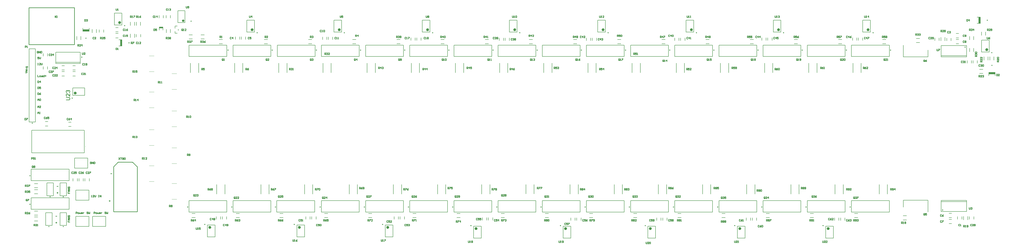
<source format=gbr>
G04*
G04 #@! TF.GenerationSoftware,Altium Limited,Altium Designer,24.1.2 (44)*
G04*
G04 Layer_Color=65535*
%FSLAX25Y25*%
%MOIN*%
G70*
G04*
G04 #@! TF.SameCoordinates,29FF4F4E-3C6D-470F-9DA1-2895E510F6E9*
G04*
G04*
G04 #@! TF.FilePolarity,Positive*
G04*
G01*
G75*
%ADD10C,0.02362*%
%ADD11C,0.00984*%
%ADD12C,0.00394*%
%ADD13C,0.01968*%
%ADD14C,0.00787*%
%ADD15C,0.01000*%
%ADD16R,0.03062X0.10236*%
%ADD17R,0.10236X0.03062*%
%ADD18R,0.06248X0.02000*%
D10*
X916535Y570472D02*
G03*
X916535Y570472I-1181J0D01*
G01*
X2158268Y346457D02*
G03*
X2158268Y346457I-1181J0D01*
G01*
X2419784Y642264D02*
G03*
X2419784Y642264I-1181J0D01*
G01*
X989764Y687008D02*
G03*
X989764Y687008I-1181J0D01*
G01*
X1208268Y675197D02*
G03*
X1208268Y675197I-1181J0D01*
G01*
X1351968D02*
G03*
X1351968Y675197I-1181J0D01*
G01*
X1497638D02*
G03*
X1497638Y675197I-1181J0D01*
G01*
X1641339D02*
G03*
X1641339Y675197I-1181J0D01*
G01*
X1932677D02*
G03*
X1932677Y675197I-1181J0D01*
G01*
X1787008D02*
G03*
X1787008Y675197I-1181J0D01*
G01*
X2076378D02*
G03*
X2076378Y675197I-1181J0D01*
G01*
X2224016D02*
G03*
X2224016Y675197I-1181J0D01*
G01*
X1138583Y348425D02*
G03*
X1138583Y348425I-1181J0D01*
G01*
X1286220D02*
G03*
X1286220Y348425I-1181J0D01*
G01*
X1431890D02*
G03*
X1431890Y348425I-1181J0D01*
G01*
X1577559Y346457D02*
G03*
X1577559Y346457I-1181J0D01*
G01*
X1725197D02*
G03*
X1725197Y346457I-1181J0D01*
G01*
X1864961D02*
G03*
X1864961Y346457I-1181J0D01*
G01*
X2012598D02*
G03*
X2012598Y346457I-1181J0D01*
G01*
D11*
X910905Y562106D02*
G03*
X910905Y562106I-492J0D01*
G01*
X896161Y399055D02*
G03*
X896161Y399055I-492J0D01*
G01*
Y349843D02*
G03*
X896161Y349843I-492J0D01*
G01*
X2419980Y690945D02*
G03*
X2419980Y690945I-492J0D01*
G01*
X844980Y520748D02*
G03*
X844980Y520748I-492J0D01*
G01*
X2120965Y382106D02*
G03*
X2120965Y382106I-492J0D01*
G01*
X2193799D02*
G03*
X2193799Y382106I-492J0D01*
G01*
X2149213Y351398D02*
G03*
X2149213Y351398I-492J0D01*
G01*
X1611122Y382106D02*
G03*
X1611122Y382106I-492J0D01*
G01*
X1538287D02*
G03*
X1538287Y382106I-492J0D01*
G01*
X2114744Y641516D02*
G03*
X2114744Y641516I-492J0D01*
G01*
X2260413D02*
G03*
X2260413Y641516I-492J0D01*
G01*
X1975295Y382106D02*
G03*
X1975295Y382106I-492J0D01*
G01*
X2048130D02*
G03*
X2048130Y382106I-492J0D01*
G01*
X1829626D02*
G03*
X1829626Y382106I-492J0D01*
G01*
X1902461D02*
G03*
X1902461Y382106I-492J0D01*
G01*
X1683957D02*
G03*
X1683957Y382106I-492J0D01*
G01*
X1756791D02*
G03*
X1756791Y382106I-492J0D01*
G01*
X1392618D02*
G03*
X1392618Y382106I-492J0D01*
G01*
X1465453D02*
G03*
X1465453Y382106I-492J0D01*
G01*
X1246161Y382106D02*
G03*
X1246161Y382106I-492J0D01*
G01*
X1319783Y382106D02*
G03*
X1319783Y382106I-492J0D01*
G01*
X1101280D02*
G03*
X1101280Y382106I-492J0D01*
G01*
X1174114D02*
G03*
X1174114Y382106I-492J0D01*
G01*
X2187579Y641516D02*
G03*
X2187579Y641516I-492J0D01*
G01*
X2041909D02*
G03*
X2041909Y641516I-492J0D01*
G01*
X1823405D02*
G03*
X1823405Y641516I-492J0D01*
G01*
X1750571D02*
G03*
X1750571Y641516I-492J0D01*
G01*
X1969075D02*
G03*
X1969075Y641516I-492J0D01*
G01*
X1896240D02*
G03*
X1896240Y641516I-492J0D01*
G01*
X1677736D02*
G03*
X1677736Y641516I-492J0D01*
G01*
X1604902D02*
G03*
X1604902Y641516I-492J0D01*
G01*
X1532067D02*
G03*
X1532067Y641516I-492J0D01*
G01*
X1459232D02*
G03*
X1459232Y641516I-492J0D01*
G01*
X841201Y433858D02*
G03*
X841201Y433858I-492J0D01*
G01*
Y386614D02*
G03*
X841201Y386614I-492J0D01*
G01*
X1386398Y641516D02*
G03*
X1386398Y641516I-492J0D01*
G01*
X1313563Y641516D02*
G03*
X1313563Y641516I-492J0D01*
G01*
X1240728Y641516D02*
G03*
X1240728Y641516I-492J0D01*
G01*
X1167894D02*
G03*
X1167894Y641516I-492J0D01*
G01*
X874508Y399055D02*
G03*
X874508Y399055I-492J0D01*
G01*
X872539Y349843D02*
G03*
X872539Y349843I-492J0D01*
G01*
X926673Y629921D02*
G03*
X926673Y629921I-492J0D01*
G01*
X933563Y661221D02*
G03*
X933563Y661221I-492J0D01*
G01*
X1106988Y689350D02*
G03*
X1106988Y689350I-492J0D01*
G01*
X2427461Y637323D02*
G03*
X2427461Y637323I-492J0D01*
G01*
X2346319Y377165D02*
G03*
X2346319Y377165I-492J0D01*
G01*
X2427658Y616339D02*
G03*
X2427658Y616339I-492J0D01*
G01*
X997441Y682067D02*
G03*
X997441Y682067I-492J0D01*
G01*
X1004626Y653543D02*
G03*
X1004626Y653543I-492J0D01*
G01*
X2383327Y646457D02*
G03*
X2383327Y646457I-492J0D01*
G01*
X1215945Y670256D02*
G03*
X1215945Y670256I-492J0D01*
G01*
X1359646D02*
G03*
X1359646Y670256I-492J0D01*
G01*
X1505315D02*
G03*
X1505315Y670256I-492J0D01*
G01*
X1649016D02*
G03*
X1649016Y670256I-492J0D01*
G01*
X1940354D02*
G03*
X1940354Y670256I-492J0D01*
G01*
X1794685D02*
G03*
X1794685Y670256I-492J0D01*
G01*
X2084055D02*
G03*
X2084055Y670256I-492J0D01*
G01*
X2231693D02*
G03*
X2231693Y670256I-492J0D01*
G01*
X1129528Y353366D02*
G03*
X1129528Y353366I-492J0D01*
G01*
X1277165D02*
G03*
X1277165Y353366I-492J0D01*
G01*
X1422835D02*
G03*
X1422835Y353366I-492J0D01*
G01*
X1568504Y351398D02*
G03*
X1568504Y351398I-492J0D01*
G01*
X1716142D02*
G03*
X1716142Y351398I-492J0D01*
G01*
X1855906D02*
G03*
X1855906Y351398I-492J0D01*
G01*
X2003543D02*
G03*
X2003543Y351398I-492J0D01*
G01*
D12*
X932520Y482283D02*
G03*
X932126Y482283I-197J0D01*
G01*
D02*
G03*
X932520Y482283I197J0D01*
G01*
X1074724Y420905D02*
X1082598D01*
X1074724Y394921D02*
X1082598D01*
X1074724Y602539D02*
X1082598D01*
X1074724Y576555D02*
X1082598D01*
X1037480Y572480D02*
X1045354D01*
X1037480Y546496D02*
X1045354D01*
X1074724Y540984D02*
X1082598D01*
X1074724Y515000D02*
X1082598D01*
X1037480Y510020D02*
X1045354D01*
X1037480Y484035D02*
X1045354D01*
X1074724Y479961D02*
X1082598D01*
X1074724Y453976D02*
X1082598D01*
X1037323Y450433D02*
X1045197D01*
X1037323Y424449D02*
X1045197D01*
X1037480Y632067D02*
X1045354D01*
X1037480Y606083D02*
X1045354D01*
D13*
X1094390Y690059D02*
G03*
X1094390Y690059I-984J0D01*
G01*
D14*
X931102Y566535D02*
Y579134D01*
X911417Y566535D02*
Y579134D01*
X931102D01*
X911417Y566535D02*
X931102D01*
X890374Y422008D02*
X900965D01*
X890374Y400827D02*
Y422008D01*
Y400827D02*
X900965D01*
Y422008D01*
X890374Y372795D02*
X900965D01*
X890374Y351614D02*
Y372795D01*
Y351614D02*
X900965D01*
Y372795D01*
X1122736Y660039D02*
X1128445D01*
X1122736Y666732D02*
X1128445D01*
X1103051Y660039D02*
X1108760D01*
X1103051Y666732D02*
X1108760D01*
X916339Y393248D02*
X937992D01*
X916339D02*
Y409902D01*
Y409902D02*
X937992D01*
Y393248D02*
Y409902D01*
X914370Y446398D02*
X936024D01*
X914370D02*
Y463051D01*
Y463051D02*
X936024D01*
Y446398D02*
Y463051D01*
X916339Y366595D02*
X937992D01*
Y349941D02*
Y366595D01*
X916339Y349941D02*
X937992D01*
X916339Y349941D02*
Y366595D01*
X943898D02*
X965551D01*
Y349941D02*
Y366595D01*
X943898Y349941D02*
X965551D01*
X943898Y349941D02*
Y366595D01*
X904213Y522362D02*
X908543D01*
X904213Y515276D02*
X908543D01*
X865945Y516142D02*
X870276D01*
X865945Y523228D02*
X870276D01*
X2406594Y602953D02*
X2412303D01*
X2406594Y609646D02*
X2412303D01*
X2402614Y685827D02*
X2407874D01*
X2407874Y685827D01*
X2402614Y696063D02*
X2407874D01*
Y685827D02*
Y696063D01*
X2390158Y362008D02*
Y366339D01*
X2397244Y362008D02*
Y366339D01*
X839193Y643701D02*
X849784D01*
X839193Y522520D02*
Y643701D01*
Y522520D02*
X849784D01*
Y643701D01*
X893504Y608661D02*
X897835D01*
X893504Y615748D02*
X897835D01*
X2181906Y403648D02*
Y419187D01*
X2168488Y403648D02*
Y419187D01*
X2122539Y373799D02*
X2185020D01*
Y392776D01*
X2122539D02*
X2185020D01*
X2122539Y373799D02*
Y392776D01*
X2127461Y364764D02*
X2133169D01*
X2127461Y371457D02*
X2133169D01*
X2254741Y403648D02*
Y419187D01*
X2241322Y403648D02*
Y419187D01*
X2195374Y373799D02*
X2257854D01*
Y392776D01*
X2195374D02*
X2257854D01*
X2195374Y373799D02*
Y392776D01*
X2200295Y364764D02*
X2206004D01*
X2200295Y371457D02*
X2206004D01*
X2153150Y330709D02*
X2165748D01*
X2153150Y350394D02*
X2165748D01*
Y330709D02*
Y350394D01*
X2153150Y330709D02*
Y350394D01*
X2177559Y360039D02*
Y364370D01*
X2184646Y360039D02*
Y364370D01*
X2167716Y360039D02*
Y364370D01*
X2174803Y360039D02*
Y364370D01*
X1672063Y403848D02*
Y419387D01*
X1658645Y403848D02*
Y419387D01*
X1617618Y364764D02*
X1623327D01*
X1617618Y371457D02*
X1623327D01*
X1612697Y373799D02*
X1675177D01*
Y392776D01*
X1612697D02*
X1675177D01*
X1612697Y373799D02*
Y392776D01*
X1539862Y373799D02*
X1602342D01*
Y392776D01*
X1539862D02*
X1602342D01*
X1539862Y373799D02*
Y392776D01*
X1599229Y403648D02*
Y419187D01*
X1585811Y403648D02*
Y419187D01*
X1544783Y364764D02*
X1550492D01*
X1544783Y371457D02*
X1550492D01*
X2049705Y649823D02*
X2112185D01*
X2049705Y630847D02*
Y649823D01*
Y630847D02*
X2112185D01*
Y649823D01*
X2195374D02*
X2257854D01*
X2195374Y630847D02*
Y649823D01*
Y630847D02*
X2257854D01*
Y649823D01*
X1976870Y373799D02*
X2039350D01*
Y392776D01*
X1976870D02*
X2039350D01*
X1976870Y373799D02*
Y392776D01*
X2049705Y373799D02*
X2112185D01*
Y392776D01*
X2049705D02*
X2112185D01*
X2049705Y373799D02*
Y392776D01*
X1831201Y373799D02*
X1893681D01*
Y392776D01*
X1831201D02*
X1893681D01*
X1831201Y373799D02*
Y392776D01*
X1904035Y373799D02*
X1966516D01*
Y392776D01*
X1904035D02*
X1966516D01*
X1904035Y373799D02*
Y392776D01*
X1685531Y373799D02*
X1748012D01*
Y392776D01*
X1685531D02*
X1748012D01*
X1685531Y373799D02*
Y392776D01*
X1758366Y373799D02*
X1820846D01*
Y392776D01*
X1758366D02*
X1820846D01*
X1758366Y373799D02*
Y392776D01*
X1394193Y373799D02*
X1456673D01*
Y392776D01*
X1394193D02*
X1456673D01*
X1394193Y373799D02*
Y392776D01*
X1467028Y373799D02*
X1529508D01*
Y392776D01*
X1467028D02*
X1529508D01*
X1467028Y373799D02*
Y392776D01*
X1247736Y373799D02*
X1310217D01*
Y392776D01*
X1247736D02*
X1310217D01*
X1247736Y373799D02*
Y392776D01*
X1321358Y373799D02*
X1383839D01*
Y392776D01*
X1321358D02*
X1383839D01*
X1321358Y373799D02*
Y392776D01*
X1102854Y373799D02*
X1165335D01*
Y392776D01*
X1102854D02*
X1165335D01*
X1102854Y373799D02*
Y392776D01*
X1175689Y373799D02*
X1238169D01*
Y392776D01*
X1175689D02*
X1238169D01*
X1175689Y373799D02*
Y392776D01*
X2122539Y649823D02*
X2185020D01*
X2122539Y630847D02*
Y649823D01*
Y630847D02*
X2185020D01*
Y649823D01*
X1976870D02*
X2039350D01*
X1976870Y630847D02*
Y649823D01*
Y630847D02*
X2039350D01*
Y649823D01*
X1758366D02*
X1820847D01*
X1758366Y630847D02*
Y649823D01*
Y630847D02*
X1820847D01*
Y649823D01*
X1685531D02*
X1748012D01*
X1685531Y630847D02*
Y649823D01*
Y630847D02*
X1748012D01*
Y649823D01*
X1904035D02*
X1966516D01*
X1904035Y630847D02*
Y649823D01*
Y630847D02*
X1966516D01*
Y649823D01*
X1831201D02*
X1893681D01*
X1831201Y630847D02*
Y649823D01*
Y630847D02*
X1893681D01*
Y649823D01*
X1612697D02*
X1675177D01*
X1612697Y630847D02*
Y649823D01*
Y630847D02*
X1675177D01*
Y649823D01*
X1539862D02*
X1602342D01*
X1539862Y630847D02*
Y649823D01*
Y630847D02*
X1602342D01*
Y649823D01*
X1467027D02*
X1529508D01*
X1467027Y630847D02*
Y649823D01*
Y630847D02*
X1529508D01*
Y649823D01*
X1394193D02*
X1456673D01*
X1394193Y630847D02*
Y649823D01*
Y630847D02*
X1456673D01*
Y649823D01*
X842776Y425551D02*
X905256D01*
Y444528D01*
X842776D02*
X905256D01*
X842776Y425551D02*
Y444528D01*
Y378307D02*
X905256D01*
Y397284D01*
X842776D02*
X905256D01*
X842776Y378307D02*
Y397284D01*
X1321358Y649823D02*
X1383839D01*
X1321358Y630847D02*
Y649823D01*
Y630847D02*
X1383839D01*
Y649823D01*
X1248524Y649823D02*
X1311004D01*
X1248524Y630847D02*
Y649823D01*
Y630847D02*
X1311004D01*
Y649823D01*
X1175689Y649823D02*
X1238169D01*
X1175689Y630847D02*
Y649823D01*
Y630847D02*
X1238169D01*
Y649823D01*
X1102854D02*
X1165335D01*
X1102854Y630847D02*
Y649823D01*
Y630847D02*
X1165335D01*
Y649823D01*
X868721Y422008D02*
X879311D01*
X868721Y400827D02*
Y422008D01*
Y400827D02*
X879311D01*
Y422008D01*
X866752Y372795D02*
X877343D01*
X866752Y351614D02*
Y372795D01*
Y351614D02*
X877343D01*
Y372795D01*
X883465Y621417D02*
X923622D01*
X883465Y619449D02*
X923622D01*
X883465Y637953D02*
X923622D01*
X883465Y619449D02*
Y637953D01*
X923622Y619449D02*
Y637953D01*
X893504Y598819D02*
X897835D01*
X893504Y605905D02*
X897835D01*
X911220D02*
X915551D01*
X911220Y598819D02*
X915551D01*
X911220Y615748D02*
X915551D01*
X911220Y608661D02*
X915551D01*
X847933Y365551D02*
X853642D01*
X847933Y358858D02*
X853642D01*
X847933Y410827D02*
X853642D01*
X847933Y404134D02*
X853642D01*
X847933Y375394D02*
X853642D01*
X847933Y368701D02*
X853642D01*
X847933Y420669D02*
X853642D01*
X847933Y413976D02*
X853642D01*
X938583Y425000D02*
Y429331D01*
X931496Y425000D02*
Y429331D01*
X928740Y425000D02*
Y429331D01*
X921653Y425000D02*
Y429331D01*
X918898Y425000D02*
Y429331D01*
X911811Y425000D02*
Y429331D01*
X2321594Y373898D02*
Y393386D01*
X2281083D02*
X2321594D01*
X2281083Y381890D02*
Y393386D01*
Y630236D02*
Y649724D01*
Y630236D02*
X2321594D01*
Y641732D01*
X2280610Y360827D02*
X2286319D01*
X2280610Y367520D02*
X2286319D01*
X2302264Y654134D02*
X2307972D01*
X2302264Y660827D02*
X2307972D01*
X917913Y658563D02*
Y664272D01*
X924606Y658563D02*
Y664272D01*
X943504Y670374D02*
Y676083D01*
X950197Y670374D02*
Y676083D01*
X927953Y672835D02*
Y678094D01*
Y672835D02*
X927953Y672835D01*
X938189D02*
Y678094D01*
X927953Y672835D02*
X938189D01*
X1060630Y694685D02*
Y699016D01*
X1053543Y694685D02*
Y699016D01*
X1072441Y694685D02*
Y699016D01*
X1065354Y694685D02*
Y699016D01*
X962205Y671063D02*
Y675394D01*
X955118Y671063D02*
Y675394D01*
X1054035Y679665D02*
X1060138D01*
Y674665D02*
Y679665D01*
X1054035Y674665D02*
Y679665D01*
X1065551Y670374D02*
Y676083D01*
X1072244Y670374D02*
Y676083D01*
X843583Y509055D02*
X930197D01*
X843583Y471654D02*
Y509055D01*
Y471654D02*
X930197D01*
Y509055D01*
X1085433Y674023D02*
Y676370D01*
X1079921Y681181D02*
X1083651D01*
X1079921Y669213D02*
Y672620D01*
Y677773D02*
Y681181D01*
Y669213D02*
X1083651D01*
X1096457Y687008D02*
Y706693D01*
X1084646D02*
X1096457D01*
X1084646Y687008D02*
Y706693D01*
Y687008D02*
X1096457D01*
X2409941Y658012D02*
X2422539D01*
X2409941Y638327D02*
X2422539D01*
X2409941D02*
Y658012D01*
X2422539Y638327D02*
Y658012D01*
X2380512Y360925D02*
Y366634D01*
X2387205Y360925D02*
Y366634D01*
X2385394Y374606D02*
Y393110D01*
X2343268Y374606D02*
Y393110D01*
Y374606D02*
X2385394D01*
X2343268Y393110D02*
X2385394D01*
X2343268Y391142D02*
X2385394D01*
X2423819Y625098D02*
Y630807D01*
X2430512Y625098D02*
Y630807D01*
X2356496Y354724D02*
X2360827D01*
X2356496Y361811D02*
X2360827D01*
X2356496Y364567D02*
X2360827D01*
X2356496Y371654D02*
X2360827D01*
X2432284Y599465D02*
Y604724D01*
X2432284Y604724D02*
X2432284Y604724D01*
X2422047Y599465D02*
Y604724D01*
X2432284D01*
X2370472Y362008D02*
Y366339D01*
X2377559Y362008D02*
Y366339D01*
X979921Y702756D02*
X992520D01*
X979921Y683071D02*
X992520D01*
X979921D02*
Y702756D01*
X992520Y683071D02*
Y702756D01*
X2420669Y625098D02*
Y630807D01*
X2413976Y625098D02*
Y630807D01*
X1006496Y662500D02*
Y668209D01*
X1013189Y662500D02*
Y668209D01*
X2386221Y619882D02*
Y624213D01*
X2393307Y619882D02*
Y624213D01*
X2396063Y619882D02*
Y624213D01*
X2403150Y619882D02*
Y624213D01*
X1023228Y663189D02*
Y667520D01*
X1016142Y663189D02*
Y667520D01*
X987260Y648425D02*
X992520D01*
X992520Y648425D01*
X987260Y658661D02*
X992520D01*
Y648425D02*
Y658661D01*
X982087Y671654D02*
X986417D01*
X982087Y678740D02*
X986417D01*
X982087Y661811D02*
X986417D01*
X982087Y668898D02*
X986417D01*
X1006496Y682185D02*
Y687894D01*
X1013189Y682185D02*
Y687894D01*
X1023032Y682185D02*
Y687894D01*
X1016339Y682185D02*
Y687894D01*
X2340158Y657283D02*
Y661614D01*
X2333071Y657283D02*
Y661614D01*
X869685Y631693D02*
Y636024D01*
X862598Y631693D02*
Y636024D01*
X2349803Y656988D02*
Y662697D01*
X2343110Y656988D02*
Y662697D01*
X2343268Y630512D02*
Y649016D01*
X2385394Y630512D02*
Y649016D01*
X2343268D02*
X2385394D01*
X2343268Y630512D02*
X2385394D01*
X2343268Y632480D02*
X2385394D01*
X2416732Y666043D02*
Y671752D01*
X2410039Y666043D02*
Y671752D01*
X2367913Y668898D02*
X2372244D01*
X2367913Y661811D02*
X2372244D01*
X2367913Y659055D02*
X2372244D01*
X2367913Y651968D02*
X2372244D01*
X862598Y610039D02*
Y614370D01*
X869685Y610039D02*
Y614370D01*
X2359842Y656890D02*
Y661221D01*
X2352756Y656890D02*
Y661221D01*
X2390354Y638878D02*
Y644587D01*
X2397047Y638878D02*
Y644587D01*
X2390354Y658563D02*
Y664272D01*
X2397047Y658563D02*
Y664272D01*
X1152658Y658858D02*
X1158366D01*
X1152658Y652165D02*
X1158366D01*
X1198425Y690945D02*
X1211024D01*
X1198425Y671260D02*
X1211024D01*
X1198425D02*
Y690945D01*
X1211024Y671260D02*
Y690945D01*
X1227067Y658858D02*
X1232776D01*
X1227067Y652165D02*
X1232776D01*
X1196457Y659252D02*
Y663583D01*
X1189370Y659252D02*
Y663583D01*
X1186614Y659252D02*
Y663583D01*
X1179528Y659252D02*
Y663583D01*
X1299902Y658858D02*
X1305610D01*
X1299902Y652165D02*
X1305610D01*
X1342126Y690945D02*
X1354724D01*
X1342126Y671260D02*
X1354724D01*
X1342126D02*
Y690945D01*
X1354724Y671260D02*
Y690945D01*
X1372736Y658858D02*
X1378445D01*
X1372736Y652165D02*
X1378445D01*
X1340158Y658858D02*
Y663189D01*
X1333071Y658858D02*
Y663189D01*
X1330315Y658858D02*
Y663189D01*
X1323228Y658858D02*
Y663189D01*
X1105496Y604435D02*
Y619974D01*
X1118914Y604435D02*
Y619974D01*
X1178330Y604435D02*
Y619974D01*
X1191749Y604435D02*
Y619974D01*
X1251165Y604435D02*
Y619974D01*
X1264583Y604435D02*
Y619974D01*
X1324000Y604435D02*
Y619974D01*
X1337418Y604435D02*
Y619974D01*
X1445571Y658858D02*
X1451280D01*
X1445571Y652165D02*
X1451280D01*
X1487795Y690945D02*
X1500394D01*
X1487795Y671260D02*
X1500394D01*
X1487795D02*
Y690945D01*
X1500394Y671260D02*
Y690945D01*
X1518406Y658858D02*
X1524114D01*
X1518406Y652165D02*
X1524114D01*
X1485827Y657677D02*
Y662008D01*
X1478740Y657677D02*
Y662008D01*
X1475984Y657677D02*
Y662008D01*
X1468898Y657677D02*
Y662008D01*
X1591240Y658858D02*
X1596949D01*
X1591240Y652165D02*
X1596949D01*
X1631496Y690945D02*
X1644094D01*
X1631496Y671260D02*
X1644094D01*
X1631496D02*
Y690945D01*
X1644094Y671260D02*
Y690945D01*
X1664075Y658858D02*
X1669784D01*
X1664075Y652165D02*
X1669784D01*
X1621654Y657283D02*
Y661614D01*
X1614567Y657283D02*
Y661614D01*
X1631496Y657283D02*
Y661614D01*
X1624409Y657283D02*
Y661614D01*
X1396834Y604435D02*
Y619974D01*
X1410252Y604435D02*
Y619974D01*
X1469669Y604435D02*
Y619974D01*
X1483087Y604435D02*
Y619974D01*
X1542504Y604435D02*
Y619974D01*
X1555922Y604435D02*
Y619974D01*
X1615338Y604435D02*
Y619974D01*
X1628756Y604435D02*
Y619974D01*
X1882579Y658858D02*
X1888287D01*
X1882579Y652165D02*
X1888287D01*
X1922835Y690945D02*
X1935433D01*
X1922835Y671260D02*
X1935433D01*
X1922835D02*
Y690945D01*
X1935433Y671260D02*
Y690945D01*
X1955413Y658858D02*
X1961122D01*
X1955413Y652165D02*
X1961122D01*
X1920866Y657283D02*
Y661614D01*
X1913779Y657283D02*
Y661614D01*
X1911024Y657283D02*
Y661614D01*
X1903937Y657283D02*
Y661614D01*
X1736909Y658858D02*
X1742618D01*
X1736909Y652165D02*
X1742618D01*
X1777165Y690945D02*
X1789764D01*
X1777165Y671260D02*
X1789764D01*
X1777165D02*
Y690945D01*
X1789764Y671260D02*
Y690945D01*
X1809744Y658858D02*
X1815453D01*
X1809744Y652165D02*
X1815453D01*
X1775197Y657283D02*
Y661614D01*
X1768110Y657283D02*
Y661614D01*
X1765354Y657283D02*
Y661614D01*
X1758268Y657283D02*
Y661614D01*
X1833842Y604435D02*
Y619974D01*
X1847260Y604435D02*
Y619974D01*
X1906677Y604435D02*
Y619974D01*
X1920095Y604435D02*
Y619974D01*
X1688173Y604435D02*
Y619974D01*
X1701591Y604435D02*
Y619974D01*
X1761007Y604435D02*
Y619974D01*
X1774426Y604435D02*
Y619974D01*
X2028248Y658858D02*
X2033957D01*
X2028248Y652165D02*
X2033957D01*
X2066535Y690945D02*
X2079134D01*
X2066535Y671260D02*
X2079134D01*
X2066535D02*
Y690945D01*
X2079134Y671260D02*
Y690945D01*
X2101083Y658858D02*
X2106791D01*
X2101083Y652165D02*
X2106791D01*
X2064567Y657677D02*
Y662008D01*
X2057480Y657677D02*
Y662008D01*
X2054724Y657677D02*
Y662008D01*
X2047638Y657677D02*
Y662008D01*
X2173917Y658858D02*
X2179626D01*
X2173917Y652165D02*
X2179626D01*
X2214173Y690945D02*
X2226772D01*
X2214173Y671260D02*
X2226772D01*
X2214173D02*
Y690945D01*
X2226772Y671260D02*
Y690945D01*
X2246752Y658858D02*
X2252461D01*
X2246752Y652165D02*
X2252461D01*
X2214173Y657677D02*
Y662008D01*
X2207087Y657677D02*
Y662008D01*
X2204331Y657677D02*
Y662008D01*
X2197244Y657677D02*
Y662008D01*
X1979511Y604435D02*
Y619974D01*
X1992930Y604435D02*
Y619974D01*
X2052346Y604435D02*
Y619974D01*
X2065764Y604435D02*
Y619974D01*
X2125181Y604435D02*
Y619974D01*
X2138599Y604435D02*
Y619974D01*
X2198015Y604435D02*
Y619974D01*
X2211433Y604435D02*
Y619974D01*
X1180610Y364764D02*
X1186319D01*
X1180610Y371457D02*
X1186319D01*
X1133465Y332677D02*
X1146063D01*
X1133465Y352362D02*
X1146063D01*
Y332677D02*
Y352362D01*
X1133465Y332677D02*
Y352362D01*
X1107776Y364764D02*
X1113484D01*
X1107776Y371457D02*
X1113484D01*
X1157874Y362008D02*
Y366339D01*
X1164961Y362008D02*
Y366339D01*
X1148032Y362008D02*
Y366339D01*
X1155118Y362008D02*
Y366339D01*
X1326280Y364764D02*
X1331988D01*
X1326280Y371457D02*
X1331988D01*
X1281102Y332677D02*
X1293701D01*
X1281102Y352362D02*
X1293701D01*
Y332677D02*
Y352362D01*
X1281102Y332677D02*
Y352362D01*
X1252658Y364764D02*
X1258366D01*
X1252658Y371457D02*
X1258366D01*
X1295669Y362008D02*
Y366339D01*
X1302756Y362008D02*
Y366339D01*
X1305512Y362008D02*
Y366339D01*
X1312598Y362008D02*
Y366339D01*
X1235056Y403648D02*
Y419187D01*
X1221637Y403648D02*
Y419187D01*
X1162221Y403648D02*
Y419187D01*
X1148803Y403648D02*
Y419187D01*
X1380725Y403648D02*
Y419187D01*
X1367307Y403648D02*
Y419187D01*
X1307103Y403648D02*
Y419187D01*
X1293685Y403648D02*
Y419187D01*
X1471949Y364764D02*
X1477658D01*
X1471949Y371457D02*
X1477658D01*
X1426772Y332677D02*
X1439370D01*
X1426772Y352362D02*
X1439370D01*
Y332677D02*
Y352362D01*
X1426772Y332677D02*
Y352362D01*
X1399114Y364764D02*
X1404823D01*
X1399114Y371457D02*
X1404823D01*
X1451181Y362008D02*
Y366339D01*
X1458268Y362008D02*
Y366339D01*
X1441339Y362008D02*
Y366339D01*
X1448425Y362008D02*
Y366339D01*
X1572441Y330709D02*
X1585039D01*
X1572441Y350394D02*
X1585039D01*
Y330709D02*
Y350394D01*
X1572441Y330709D02*
Y350394D01*
X1587008Y360433D02*
Y364764D01*
X1594094Y360433D02*
Y364764D01*
X1596850Y360433D02*
Y364764D01*
X1603937Y360433D02*
Y364764D01*
X1526394Y403648D02*
Y419187D01*
X1512976Y403648D02*
Y419187D01*
X1453559Y403648D02*
Y419187D01*
X1440141Y403648D02*
Y419187D01*
X1763287Y364764D02*
X1768996D01*
X1763287Y371457D02*
X1768996D01*
X1720079Y330709D02*
X1732677D01*
X1720079Y350394D02*
X1732677D01*
Y330709D02*
Y350394D01*
X1720079Y330709D02*
Y350394D01*
X1690453Y364764D02*
X1696161D01*
X1690453Y371457D02*
X1696161D01*
X1732677Y360039D02*
Y364370D01*
X1739764Y360039D02*
Y364370D01*
X1742520Y360039D02*
Y364370D01*
X1749606Y360039D02*
Y364370D01*
X1908957Y364764D02*
X1914665D01*
X1908957Y371457D02*
X1914665D01*
X1859842Y330709D02*
X1872441D01*
X1859842Y350394D02*
X1872441D01*
Y330709D02*
Y350394D01*
X1859842Y330709D02*
Y350394D01*
X1836122Y364764D02*
X1841831D01*
X1836122Y371457D02*
X1841831D01*
X1874409Y360039D02*
Y364370D01*
X1881496Y360039D02*
Y364370D01*
X1884252Y360039D02*
Y364370D01*
X1891339Y360039D02*
Y364370D01*
X1817733Y403648D02*
Y419187D01*
X1804314Y403648D02*
Y419187D01*
X1744898Y403648D02*
Y419187D01*
X1731480Y403648D02*
Y419187D01*
X1963402Y403648D02*
Y419187D01*
X1949984Y403648D02*
Y419187D01*
X1890567Y403648D02*
Y419187D01*
X1877149Y403648D02*
Y419187D01*
X2054626Y364764D02*
X2060335D01*
X2054626Y371457D02*
X2060335D01*
X2007480Y330709D02*
X2020079D01*
X2007480Y350394D02*
X2020079D01*
Y330709D02*
Y350394D01*
X2007480Y330709D02*
Y350394D01*
X1981791Y364764D02*
X1987500D01*
X1981791Y371457D02*
X1987500D01*
X2022047Y360039D02*
Y364370D01*
X2029134Y360039D02*
Y364370D01*
X2031890Y360039D02*
Y364370D01*
X2038976Y360039D02*
Y364370D01*
X2109071Y403648D02*
Y419187D01*
X2095653Y403648D02*
Y419187D01*
X2036237Y403648D02*
Y419187D01*
X2022819Y403648D02*
Y419187D01*
D15*
X986220Y456390D02*
X1009842D01*
X986032Y456201D02*
X986220Y456390D01*
X978531Y448701D02*
X986032Y456201D01*
X1009842Y456390D02*
X1017531Y448701D01*
X978531Y444673D02*
Y448701D01*
X1017531Y374201D02*
Y448701D01*
X978531Y374201D02*
X1017508D01*
X978531D02*
Y444673D01*
X838976Y711614D02*
X914173D01*
Y650591D02*
Y711614D01*
X838976Y650591D02*
X914173D01*
X838976D02*
Y711614D01*
X1070375Y382382D02*
Y385334D01*
X1071851D01*
X1072343Y384842D01*
Y383858D01*
X1071851Y383366D01*
X1070375D01*
X1071359D02*
X1072343Y382382D01*
X1073327Y384842D02*
X1073819Y385334D01*
X1074802D01*
X1075294Y384842D01*
Y384350D01*
X1074802Y383858D01*
X1075294Y383366D01*
Y382874D01*
X1074802Y382382D01*
X1073819D01*
X1073327Y382874D01*
Y383366D01*
X1073819Y383858D01*
X1073327Y384350D01*
Y384842D01*
X1073819Y383858D02*
X1074802D01*
X945882Y371079D02*
Y374078D01*
X947381D01*
X947881Y373578D01*
Y372578D01*
X947381Y372078D01*
X945882D01*
X949381Y371079D02*
X950380D01*
X950880Y371579D01*
Y372578D01*
X950380Y373078D01*
X949381D01*
X948881Y372578D01*
Y371579D01*
X949381Y371079D01*
X951880Y373078D02*
Y371579D01*
X952380Y371079D01*
X952880Y371579D01*
X953380Y371079D01*
X953879Y371579D01*
Y373078D01*
X956378Y371079D02*
X955379D01*
X954879Y371579D01*
Y372578D01*
X955379Y373078D01*
X956378D01*
X956878Y372578D01*
Y372078D01*
X954879D01*
X957878Y373078D02*
Y371079D01*
Y372078D01*
X958378Y372578D01*
X958878Y373078D01*
X959377D01*
X965875Y373578D02*
X965376Y374078D01*
X964376D01*
X963876Y373578D01*
Y373078D01*
X964376Y372578D01*
X965376D01*
X965875Y372078D01*
Y371579D01*
X965376Y371079D01*
X964376D01*
X963876Y371579D01*
X966875Y374078D02*
Y371079D01*
X967875Y372078D01*
X968874Y371079D01*
Y374078D01*
X916354Y371079D02*
Y374078D01*
X917854D01*
X918354Y373578D01*
Y372578D01*
X917854Y372078D01*
X916354D01*
X919853Y371079D02*
X920853D01*
X921353Y371579D01*
Y372578D01*
X920853Y373078D01*
X919853D01*
X919353Y372578D01*
Y371579D01*
X919853Y371079D01*
X922352Y373078D02*
Y371579D01*
X922852Y371079D01*
X923352Y371579D01*
X923852Y371079D01*
X924352Y371579D01*
Y373078D01*
X926851Y371079D02*
X925851D01*
X925351Y371579D01*
Y372578D01*
X925851Y373078D01*
X926851D01*
X927351Y372578D01*
Y372078D01*
X925351D01*
X928350Y373078D02*
Y371079D01*
Y372078D01*
X928850Y372578D01*
X929350Y373078D01*
X929850D01*
X936348Y373578D02*
X935848Y374078D01*
X934848D01*
X934348Y373578D01*
Y373078D01*
X934848Y372578D01*
X935848D01*
X936348Y372078D01*
Y371579D01*
X935848Y371079D01*
X934848D01*
X934348Y371579D01*
X937348Y374078D02*
Y371079D01*
X938347Y372078D01*
X939347Y371079D01*
Y374078D01*
X941976Y456255D02*
X941476Y456755D01*
X940476D01*
X939976Y456255D01*
Y454256D01*
X940476Y453756D01*
X941476D01*
X941976Y454256D01*
Y455255D01*
X940976D01*
X942975Y453756D02*
Y456755D01*
X944975Y453756D01*
Y456755D01*
X945974D02*
Y453756D01*
X947474D01*
X947974Y454256D01*
Y456255D01*
X947474Y456755D01*
X945974D01*
X941945Y398638D02*
X942945D01*
X942445D01*
Y401637D01*
X941945Y401137D01*
X946443Y398638D02*
X944444D01*
X946443Y400637D01*
Y401137D01*
X945944Y401637D01*
X944944D01*
X944444Y401137D01*
X947443Y401637D02*
Y399638D01*
X948443Y398638D01*
X949442Y399638D01*
Y401637D01*
X953441D02*
X954441D01*
X953941D01*
Y398638D01*
X953441D01*
X954441D01*
X955940D02*
Y401637D01*
X957940Y398638D01*
Y401637D01*
X832066Y529175D02*
Y526176D01*
X833566D01*
X834065Y526676D01*
Y528675D01*
X833566Y529175D01*
X832066D01*
X835065D02*
X837064D01*
Y528675D01*
X835065Y526676D01*
Y526176D01*
X853362Y536433D02*
Y538432D01*
X854362Y539432D01*
X855361Y538432D01*
Y536433D01*
Y537933D01*
X853362D01*
X856361Y536433D02*
X857361D01*
X856861D01*
Y539432D01*
X856361Y538932D01*
X853362Y546276D02*
Y548275D01*
X854362Y549275D01*
X855361Y548275D01*
Y546276D01*
Y547775D01*
X853362D01*
X858361Y546276D02*
X856361D01*
X858361Y548275D01*
Y548775D01*
X857861Y549275D01*
X856861D01*
X856361Y548775D01*
X853362Y558087D02*
Y560086D01*
X854362Y561086D01*
X855361Y560086D01*
Y558087D01*
Y559586D01*
X853362D01*
X856361Y560586D02*
X856861Y561086D01*
X857861D01*
X858361Y560586D01*
Y558586D01*
X857861Y558087D01*
X856861D01*
X856361Y558586D01*
Y560586D01*
X853362Y570928D02*
Y567929D01*
X854862D01*
X855361Y568429D01*
Y570428D01*
X854862Y570928D01*
X853362D01*
X858361D02*
X857361Y570428D01*
X856361Y569429D01*
Y568429D01*
X856861Y567929D01*
X857861D01*
X858361Y568429D01*
Y568929D01*
X857861Y569429D01*
X856361D01*
X853362Y580771D02*
Y577772D01*
X854862D01*
X855361Y578271D01*
Y580271D01*
X854862Y580771D01*
X853362D01*
X858361D02*
X856361D01*
Y579271D01*
X857361Y579771D01*
X857861D01*
X858361Y579271D01*
Y578271D01*
X857861Y577772D01*
X856861D01*
X856361Y578271D01*
X853362Y590613D02*
Y587614D01*
X854862D01*
X855361Y588114D01*
Y590113D01*
X854862Y590613D01*
X853362D01*
X857861Y587614D02*
Y590613D01*
X856361Y589114D01*
X858361D01*
X853362Y600456D02*
Y597457D01*
X855361D01*
X856861D02*
X857861D01*
X858361Y597957D01*
Y598956D01*
X857861Y599456D01*
X856861D01*
X856361Y598956D01*
Y597957D01*
X856861Y597457D01*
X859860Y599456D02*
X860860D01*
X861360Y598956D01*
Y597457D01*
X859860D01*
X859360Y597957D01*
X859860Y598456D01*
X861360D01*
X864359Y600456D02*
Y597457D01*
X862859D01*
X862359Y597957D01*
Y598956D01*
X862859Y599456D01*
X864359D01*
X865358Y598956D02*
X867358D01*
X866358Y599956D02*
Y597957D01*
X833071Y603966D02*
X835071D01*
X836070Y604966D01*
X835071Y605966D01*
X833071D01*
X836070Y606965D02*
Y608465D01*
X835570Y608965D01*
X835071Y608465D01*
Y607465D01*
X834571Y606965D01*
X834071Y607465D01*
Y608965D01*
X836070Y609964D02*
Y610964D01*
Y610464D01*
X834071D01*
Y609964D01*
X837070Y613463D02*
Y613963D01*
X836570Y614463D01*
X834071D01*
Y612963D01*
X834571Y612464D01*
X835570D01*
X836070Y612963D01*
Y614463D01*
X853362Y617142D02*
X854362D01*
X853862D01*
Y620141D01*
X853362Y619641D01*
X857861Y617142D02*
X855861D01*
X857861Y619141D01*
Y619641D01*
X857361Y620141D01*
X856361D01*
X855861Y619641D01*
X858860Y620141D02*
Y618141D01*
X859860Y617142D01*
X860860Y618141D01*
Y620141D01*
X855361Y629983D02*
X853362D01*
Y628484D01*
X854362Y628984D01*
X854862D01*
X855361Y628484D01*
Y627484D01*
X854862Y626984D01*
X853862D01*
X853362Y627484D01*
X856361Y629983D02*
Y627984D01*
X857361Y626984D01*
X858361Y627984D01*
Y629983D01*
X854409Y639233D02*
X853909Y639733D01*
X852909D01*
X852409Y639233D01*
Y637234D01*
X852909Y636734D01*
X853909D01*
X854409Y637234D01*
Y638233D01*
X853409D01*
X855408Y636734D02*
Y639733D01*
X857408Y636734D01*
Y639733D01*
X858407D02*
Y636734D01*
X859907D01*
X860407Y637234D01*
Y639233D01*
X859907Y639733D01*
X858407D01*
X903481Y359299D02*
Y357299D01*
X904981D01*
Y358299D01*
Y357299D01*
X906480D01*
Y360298D02*
X904481D01*
X903481Y361298D01*
X904481Y362298D01*
X906480D01*
X904981D01*
Y360298D01*
X906480Y363297D02*
X903481D01*
X906480Y365297D01*
X903481D01*
X903981Y368296D02*
X903481Y367796D01*
Y366796D01*
X903981Y366296D01*
X904481D01*
X904981Y366796D01*
Y367796D01*
X905481Y368296D01*
X905980D01*
X906480Y367796D01*
Y366796D01*
X905980Y366296D01*
X903481Y406543D02*
Y404543D01*
X904981D01*
Y405543D01*
Y404543D01*
X906480D01*
Y407542D02*
X904481D01*
X903481Y408542D01*
X904481Y409542D01*
X906480D01*
X904981D01*
Y407542D01*
X906480Y410541D02*
X903481D01*
X906480Y412541D01*
X903481D01*
X903981Y415540D02*
X903481Y415040D01*
Y414040D01*
X903981Y413540D01*
X904481D01*
X904981Y414040D01*
Y415040D01*
X905481Y415540D01*
X905980D01*
X906480Y415040D01*
Y414040D01*
X905980Y413540D01*
X884858Y416354D02*
X886858D01*
X882890Y367142D02*
X884889D01*
X882890Y356330D02*
X884889D01*
X883889Y357330D02*
Y355331D01*
X884858Y405543D02*
X886858D01*
X885858Y406543D02*
Y404543D01*
X975531Y437201D02*
X973564D01*
X971031Y392185D02*
X972999D01*
X972015Y393169D02*
Y391201D01*
X987031Y463653D02*
X988999Y460701D01*
Y463653D02*
X987031Y460701D01*
X989983Y463653D02*
X991951D01*
X990967D01*
Y460701D01*
X992935Y461193D02*
X993427Y460701D01*
X994411D01*
X994903Y461193D01*
Y463161D01*
X994411Y463653D01*
X993427D01*
X992935Y463161D01*
Y462669D01*
X993427Y462177D01*
X994903D01*
X995887Y463161D02*
X996379Y463653D01*
X997363D01*
X997855Y463161D01*
Y461193D01*
X997363Y460701D01*
X996379D01*
X995887Y461193D01*
Y463161D01*
X900412Y559185D02*
X905410D01*
X906410Y560184D01*
Y562184D01*
X905410Y563183D01*
X900412D01*
X906410Y569181D02*
Y565183D01*
X902411Y569181D01*
X901412D01*
X900412Y568182D01*
Y566182D01*
X901412Y565183D01*
Y571181D02*
X900412Y572181D01*
Y574180D01*
X901412Y575179D01*
X902411D01*
X903411Y574180D01*
Y573180D01*
Y574180D01*
X904410Y575179D01*
X905410D01*
X906410Y574180D01*
Y572181D01*
X905410Y571181D01*
X866142Y530512D02*
X865650Y531004D01*
X864666D01*
X864174Y530512D01*
Y528544D01*
X864666Y528052D01*
X865650D01*
X866142Y528544D01*
X869094Y531004D02*
X868110Y530512D01*
X867126Y529528D01*
Y528544D01*
X867618Y528052D01*
X868602D01*
X869094Y528544D01*
Y529036D01*
X868602Y529528D01*
X867126D01*
X872046Y531004D02*
X870078D01*
Y529528D01*
X871062Y530020D01*
X871554D01*
X872046Y529528D01*
Y528544D01*
X871554Y528052D01*
X870570D01*
X870078Y528544D01*
X903544Y528543D02*
X903052Y529035D01*
X902068D01*
X901576Y528543D01*
Y526575D01*
X902068Y526083D01*
X903052D01*
X903544Y526575D01*
X906496Y529035D02*
X905512Y528543D01*
X904528Y527559D01*
Y526575D01*
X905020Y526083D01*
X906004D01*
X906496Y526575D01*
Y527067D01*
X906004Y527559D01*
X904528D01*
X908956Y526083D02*
Y529035D01*
X907480Y527559D01*
X909448D01*
X2147639Y326279D02*
Y323819D01*
X2148131Y323327D01*
X2149115D01*
X2149607Y323819D01*
Y326279D01*
X2152559Y323327D02*
X2150591D01*
X2152559Y325295D01*
Y325787D01*
X2152067Y326279D01*
X2151083D01*
X2150591Y325787D01*
X2155511Y323327D02*
X2153543D01*
X2155511Y325295D01*
Y325787D01*
X2155019Y326279D01*
X2154035D01*
X2153543Y325787D01*
X2259844Y409941D02*
Y412893D01*
X2261320D01*
X2261812Y412401D01*
Y411417D01*
X2261320Y410925D01*
X2259844D01*
X2260828D02*
X2261812Y409941D01*
X2262796Y410433D02*
X2263288Y409941D01*
X2264272D01*
X2264763Y410433D01*
Y412401D01*
X2264272Y412893D01*
X2263288D01*
X2262796Y412401D01*
Y411909D01*
X2263288Y411417D01*
X2264763D01*
X2267223Y409941D02*
Y412893D01*
X2265747Y411417D01*
X2267715D01*
X2198820Y358760D02*
Y361712D01*
X2200296D01*
X2200788Y361220D01*
Y360236D01*
X2200296Y359744D01*
X2198820D01*
X2199804D02*
X2200788Y358760D01*
X2201772Y359252D02*
X2202264Y358760D01*
X2203248D01*
X2203740Y359252D01*
Y361220D01*
X2203248Y361712D01*
X2202264D01*
X2201772Y361220D01*
Y360728D01*
X2202264Y360236D01*
X2203740D01*
X2204724Y361220D02*
X2205216Y361712D01*
X2206200D01*
X2206692Y361220D01*
Y360728D01*
X2206200Y360236D01*
X2205708D01*
X2206200D01*
X2206692Y359744D01*
Y359252D01*
X2206200Y358760D01*
X2205216D01*
X2204724Y359252D01*
X2187009Y409941D02*
Y412893D01*
X2188485D01*
X2188977Y412401D01*
Y411417D01*
X2188485Y410925D01*
X2187009D01*
X2187993D02*
X2188977Y409941D01*
X2189961Y410433D02*
X2190453Y409941D01*
X2191437D01*
X2191929Y410433D01*
Y412401D01*
X2191437Y412893D01*
X2190453D01*
X2189961Y412401D01*
Y411909D01*
X2190453Y411417D01*
X2191929D01*
X2194881Y409941D02*
X2192913D01*
X2194881Y411909D01*
Y412401D01*
X2194389Y412893D01*
X2193405D01*
X2192913Y412401D01*
X2126477Y358760D02*
Y361712D01*
X2127953D01*
X2128445Y361220D01*
Y360236D01*
X2127953Y359744D01*
X2126477D01*
X2127461D02*
X2128445Y358760D01*
X2129429Y359252D02*
X2129921Y358760D01*
X2130905D01*
X2131397Y359252D01*
Y361220D01*
X2130905Y361712D01*
X2129921D01*
X2129429Y361220D01*
Y360728D01*
X2129921Y360236D01*
X2131397D01*
X2132381Y358760D02*
X2133365D01*
X2132873D01*
Y361712D01*
X2132381Y361220D01*
X2200788Y396654D02*
Y398622D01*
X2200296Y399114D01*
X2199312D01*
X2198820Y398622D01*
Y396654D01*
X2199312Y396162D01*
X2200296D01*
X2199804Y397146D02*
X2200788Y396162D01*
X2200296D02*
X2200788Y396654D01*
X2201772Y398622D02*
X2202264Y399114D01*
X2203248D01*
X2203740Y398622D01*
Y398130D01*
X2203248Y397638D01*
X2202756D01*
X2203248D01*
X2203740Y397146D01*
Y396654D01*
X2203248Y396162D01*
X2202264D01*
X2201772Y396654D01*
X2204724Y399114D02*
X2206692D01*
Y398622D01*
X2204724Y396654D01*
Y396162D01*
X2131890Y398622D02*
Y400590D01*
X2131398Y401082D01*
X2130415D01*
X2129922Y400590D01*
Y398622D01*
X2130415Y398130D01*
X2131398D01*
X2130906Y399114D02*
X2131890Y398130D01*
X2131398D02*
X2131890Y398622D01*
X2132874Y400590D02*
X2133366Y401082D01*
X2134350D01*
X2134842Y400590D01*
Y400098D01*
X2134350Y399606D01*
X2133858D01*
X2134350D01*
X2134842Y399114D01*
Y398622D01*
X2134350Y398130D01*
X2133366D01*
X2132874Y398622D01*
X2137794Y401082D02*
X2136810Y400590D01*
X2135826Y399606D01*
Y398622D01*
X2136318Y398130D01*
X2137302D01*
X2137794Y398622D01*
Y399114D01*
X2137302Y399606D01*
X2135826D01*
X2188977Y361220D02*
X2188485Y361712D01*
X2187501D01*
X2187009Y361220D01*
Y359252D01*
X2187501Y358760D01*
X2188485D01*
X2188977Y359252D01*
X2191929Y361712D02*
X2190945Y361220D01*
X2189961Y360236D01*
Y359252D01*
X2190453Y358760D01*
X2191437D01*
X2191929Y359252D01*
Y359744D01*
X2191437Y360236D01*
X2189961D01*
X2192913Y361220D02*
X2193405Y361712D01*
X2194389D01*
X2194881Y361220D01*
Y360728D01*
X2194389Y360236D01*
X2193897D01*
X2194389D01*
X2194881Y359744D01*
Y359252D01*
X2194389Y358760D01*
X2193405D01*
X2192913Y359252D01*
X2159450Y363189D02*
X2158957Y363681D01*
X2157973D01*
X2157482Y363189D01*
Y361221D01*
X2157973Y360729D01*
X2158957D01*
X2159450Y361221D01*
X2162401Y363681D02*
X2161417Y363189D01*
X2160433Y362205D01*
Y361221D01*
X2160925Y360729D01*
X2161909D01*
X2162401Y361221D01*
Y361713D01*
X2161909Y362205D01*
X2160433D01*
X2165353Y360729D02*
X2163385D01*
X2165353Y362697D01*
Y363189D01*
X2164861Y363681D01*
X2163877D01*
X2163385Y363189D01*
X2002462Y326279D02*
Y323819D01*
X2002954Y323327D01*
X2003938D01*
X2004430Y323819D01*
Y326279D01*
X2007381Y323327D02*
X2005413D01*
X2007381Y325295D01*
Y325787D01*
X2006889Y326279D01*
X2005906D01*
X2005413Y325787D01*
X2008365Y323327D02*
X2009349D01*
X2008857D01*
Y326279D01*
X2008365Y325787D01*
X1856301Y324311D02*
Y321851D01*
X1856792Y321359D01*
X1857776D01*
X1858268Y321851D01*
Y324311D01*
X1861220Y321359D02*
X1859252D01*
X1861220Y323327D01*
Y323819D01*
X1860728Y324311D01*
X1859744D01*
X1859252Y323819D01*
X1862204D02*
X1862696Y324311D01*
X1863680D01*
X1864172Y323819D01*
Y321851D01*
X1863680Y321359D01*
X1862696D01*
X1862204Y321851D01*
Y323819D01*
X1712846Y326279D02*
Y323819D01*
X1713338Y323327D01*
X1714322D01*
X1714813Y323819D01*
Y326279D01*
X1715797Y323327D02*
X1716781D01*
X1716289D01*
Y326279D01*
X1715797Y325787D01*
X1718257Y323819D02*
X1718749Y323327D01*
X1719733D01*
X1720225Y323819D01*
Y325787D01*
X1719733Y326279D01*
X1718749D01*
X1718257Y325787D01*
Y325295D01*
X1718749Y324803D01*
X1720225D01*
X1563239Y326279D02*
Y323819D01*
X1563731Y323327D01*
X1564715D01*
X1565207Y323819D01*
Y326279D01*
X1566191Y323327D02*
X1567175D01*
X1566683D01*
Y326279D01*
X1566191Y325787D01*
X1568651D02*
X1569143Y326279D01*
X1570127D01*
X1570619Y325787D01*
Y325295D01*
X1570127Y324803D01*
X1570619Y324311D01*
Y323819D01*
X1570127Y323327D01*
X1569143D01*
X1568651Y323819D01*
Y324311D01*
X1569143Y324803D01*
X1568651Y325295D01*
Y325787D01*
X1569143Y324803D02*
X1570127D01*
X1419539Y328248D02*
Y325788D01*
X1420031Y325296D01*
X1421014D01*
X1421507Y325788D01*
Y328248D01*
X1422490Y325296D02*
X1423474D01*
X1422982D01*
Y328248D01*
X1422490Y327756D01*
X1424950Y328248D02*
X1426918D01*
Y327756D01*
X1424950Y325788D01*
Y325296D01*
X1273869Y328248D02*
Y325788D01*
X1274361Y325296D01*
X1275345D01*
X1275837Y325788D01*
Y328248D01*
X1276821Y325296D02*
X1277805D01*
X1277313D01*
Y328248D01*
X1276821Y327756D01*
X1281249Y328248D02*
X1280265Y327756D01*
X1279281Y326772D01*
Y325788D01*
X1279773Y325296D01*
X1280757D01*
X1281249Y325788D01*
Y326280D01*
X1280757Y326772D01*
X1279281D01*
X1114421Y347933D02*
Y345473D01*
X1114912Y344981D01*
X1115896D01*
X1116388Y345473D01*
Y347933D01*
X1117372Y344981D02*
X1118356D01*
X1117864D01*
Y347933D01*
X1117372Y347441D01*
X1121800Y347933D02*
X1119832D01*
Y346457D01*
X1120816Y346949D01*
X1121308D01*
X1121800Y346457D01*
Y345473D01*
X1121308Y344981D01*
X1120324D01*
X1119832Y345473D01*
X2216783Y698326D02*
Y695866D01*
X2217275Y695374D01*
X2218259D01*
X2218751Y695866D01*
Y698326D01*
X2219735Y695374D02*
X2220718D01*
X2220226D01*
Y698326D01*
X2219735Y697834D01*
X2223670Y695374D02*
Y698326D01*
X2222194Y696850D01*
X2224162D01*
X2069145Y698326D02*
Y695866D01*
X2069637Y695374D01*
X2070621D01*
X2071113Y695866D01*
Y698326D01*
X2072097Y695374D02*
X2073081D01*
X2072589D01*
Y698326D01*
X2072097Y697834D01*
X2074557D02*
X2075048Y698326D01*
X2076032D01*
X2076524Y697834D01*
Y697342D01*
X2076032Y696850D01*
X2075541D01*
X2076032D01*
X2076524Y696358D01*
Y695866D01*
X2076032Y695374D01*
X2075048D01*
X2074557Y695866D01*
X1779775Y698326D02*
Y695866D01*
X1780267Y695374D01*
X1781251D01*
X1781743Y695866D01*
Y698326D01*
X1782727Y695374D02*
X1783711D01*
X1783219D01*
Y698326D01*
X1782727Y697834D01*
X1787154Y695374D02*
X1785187D01*
X1787154Y697342D01*
Y697834D01*
X1786662Y698326D01*
X1785678D01*
X1785187Y697834D01*
X1923968Y698326D02*
Y695866D01*
X1924459Y695374D01*
X1925443D01*
X1925935Y695866D01*
Y698326D01*
X1926919Y695374D02*
X1927903D01*
X1927411D01*
Y698326D01*
X1926919Y697834D01*
X1929379Y695374D02*
X1930363D01*
X1929871D01*
Y698326D01*
X1929379Y697834D01*
X1636074Y698326D02*
Y695866D01*
X1636566Y695374D01*
X1637550D01*
X1638042Y695866D01*
Y698326D01*
X1639026Y695374D02*
X1640010D01*
X1639518D01*
Y698326D01*
X1639026Y697834D01*
X1641486D02*
X1641978Y698326D01*
X1642962D01*
X1643453Y697834D01*
Y695866D01*
X1642962Y695374D01*
X1641978D01*
X1641486Y695866D01*
Y697834D01*
X1097934Y714074D02*
Y711615D01*
X1098426Y711123D01*
X1099410D01*
X1099902Y711615D01*
Y714074D01*
X1100886Y711615D02*
X1101378Y711123D01*
X1102362D01*
X1102853Y711615D01*
Y713582D01*
X1102362Y714074D01*
X1101378D01*
X1100886Y713582D01*
Y713090D01*
X1101378Y712598D01*
X1102853D01*
X1493603Y698326D02*
Y695866D01*
X1494095Y695374D01*
X1495079D01*
X1495571Y695866D01*
Y698326D01*
X1496555Y697834D02*
X1497047Y698326D01*
X1498031D01*
X1498523Y697834D01*
Y697342D01*
X1498031Y696850D01*
X1498523Y696358D01*
Y695866D01*
X1498031Y695374D01*
X1497047D01*
X1496555Y695866D01*
Y696358D01*
X1497047Y696850D01*
X1496555Y697342D01*
Y697834D01*
X1497047Y696850D02*
X1498031D01*
X2336123Y643208D02*
Y640748D01*
X2336615Y640256D01*
X2337599D01*
X2338091Y640748D01*
Y643208D01*
X2339075D02*
X2341043D01*
Y642716D01*
X2339075Y640748D01*
Y640256D01*
X2418800Y662893D02*
Y660433D01*
X2419292Y659941D01*
X2420276D01*
X2420768Y660433D01*
Y662893D01*
X2423720D02*
X2422736Y662401D01*
X2421752Y661417D01*
Y660433D01*
X2422244Y659941D01*
X2423228D01*
X2423720Y660433D01*
Y660925D01*
X2423228Y661417D01*
X2421752D01*
X1351871Y698326D02*
Y695866D01*
X1352363Y695374D01*
X1353347D01*
X1353839Y695866D01*
Y698326D01*
X1356791D02*
X1354823D01*
Y696850D01*
X1355807Y697342D01*
X1356299D01*
X1356791Y696850D01*
Y695866D01*
X1356299Y695374D01*
X1355315D01*
X1354823Y695866D01*
X1202265Y698326D02*
Y695866D01*
X1202757Y695374D01*
X1203741D01*
X1204232Y695866D01*
Y698326D01*
X1206692Y695374D02*
Y698326D01*
X1205216Y696850D01*
X1207184D01*
X2389272Y381397D02*
Y378937D01*
X2389764Y378445D01*
X2390748D01*
X2391240Y378937D01*
Y381397D01*
X2392224Y380905D02*
X2392716Y381397D01*
X2393700D01*
X2394192Y380905D01*
Y380413D01*
X2393700Y379921D01*
X2393208D01*
X2393700D01*
X2394192Y379429D01*
Y378937D01*
X2393700Y378445D01*
X2392716D01*
X2392224Y378937D01*
X926674Y637303D02*
Y634843D01*
X927166Y634351D01*
X928150D01*
X928642Y634843D01*
Y637303D01*
X931594Y634351D02*
X929626D01*
X931594Y636319D01*
Y636811D01*
X931102Y637303D01*
X930118D01*
X929626Y636811D01*
X982284Y710137D02*
Y707678D01*
X982776Y707186D01*
X983760D01*
X984252Y707678D01*
Y710137D01*
X985236Y707186D02*
X986220D01*
X985728D01*
Y710137D01*
X985236Y709645D01*
X2039371Y407973D02*
Y410925D01*
X2040847D01*
X2041339Y410433D01*
Y409449D01*
X2040847Y408957D01*
X2039371D01*
X2040355D02*
X2041339Y407973D01*
X2042323Y408465D02*
X2042815Y407973D01*
X2043799D01*
X2044291Y408465D01*
Y410433D01*
X2043799Y410925D01*
X2042815D01*
X2042323Y410433D01*
Y409941D01*
X2042815Y409449D01*
X2044291D01*
X2045275Y410433D02*
X2045767Y410925D01*
X2046751D01*
X2047243Y410433D01*
Y408465D01*
X2046751Y407973D01*
X2045767D01*
X2045275Y408465D01*
Y410433D01*
X2112206Y411910D02*
Y414862D01*
X2113682D01*
X2114174Y414370D01*
Y413386D01*
X2113682Y412894D01*
X2112206D01*
X2113190D02*
X2114174Y411910D01*
X2115158Y414370D02*
X2115650Y414862D01*
X2116634D01*
X2117126Y414370D01*
Y413878D01*
X2116634Y413386D01*
X2117126Y412894D01*
Y412402D01*
X2116634Y411910D01*
X2115650D01*
X2115158Y412402D01*
Y412894D01*
X2115650Y413386D01*
X2115158Y413878D01*
Y414370D01*
X2115650Y413386D02*
X2116634D01*
X2118110Y412402D02*
X2118602Y411910D01*
X2119585D01*
X2120078Y412402D01*
Y414370D01*
X2119585Y414862D01*
X2118602D01*
X2118110Y414370D01*
Y413878D01*
X2118602Y413386D01*
X2120078D01*
X1980316Y356792D02*
Y359744D01*
X1981792D01*
X1982284Y359252D01*
Y358268D01*
X1981792Y357776D01*
X1980316D01*
X1981300D02*
X1982284Y356792D01*
X1983268Y359252D02*
X1983760Y359744D01*
X1984744D01*
X1985236Y359252D01*
Y358760D01*
X1984744Y358268D01*
X1985236Y357776D01*
Y357284D01*
X1984744Y356792D01*
X1983760D01*
X1983268Y357284D01*
Y357776D01*
X1983760Y358268D01*
X1983268Y358760D01*
Y359252D01*
X1983760Y358268D02*
X1984744D01*
X1986220Y359252D02*
X1986712Y359744D01*
X1987696D01*
X1988188Y359252D01*
Y358760D01*
X1987696Y358268D01*
X1988188Y357776D01*
Y357284D01*
X1987696Y356792D01*
X1986712D01*
X1986220Y357284D01*
Y357776D01*
X1986712Y358268D01*
X1986220Y358760D01*
Y359252D01*
X1986712Y358268D02*
X1987696D01*
X2055119Y358760D02*
Y361712D01*
X2056595D01*
X2057087Y361220D01*
Y360236D01*
X2056595Y359744D01*
X2055119D01*
X2056103D02*
X2057087Y358760D01*
X2058071Y361220D02*
X2058563Y361712D01*
X2059547D01*
X2060039Y361220D01*
Y360728D01*
X2059547Y360236D01*
X2060039Y359744D01*
Y359252D01*
X2059547Y358760D01*
X2058563D01*
X2058071Y359252D01*
Y359744D01*
X2058563Y360236D01*
X2058071Y360728D01*
Y361220D01*
X2058563Y360236D02*
X2059547D01*
X2061023Y361712D02*
X2062991D01*
Y361220D01*
X2061023Y359252D01*
Y358760D01*
X1893702Y411910D02*
Y414862D01*
X1895178D01*
X1895670Y414370D01*
Y413386D01*
X1895178Y412894D01*
X1893702D01*
X1894686D02*
X1895670Y411910D01*
X1896654Y414370D02*
X1897146Y414862D01*
X1898130D01*
X1898622Y414370D01*
Y413878D01*
X1898130Y413386D01*
X1898622Y412894D01*
Y412402D01*
X1898130Y411910D01*
X1897146D01*
X1896654Y412402D01*
Y412894D01*
X1897146Y413386D01*
X1896654Y413878D01*
Y414370D01*
X1897146Y413386D02*
X1898130D01*
X1901574Y414862D02*
X1900590Y414370D01*
X1899606Y413386D01*
Y412402D01*
X1900098Y411910D01*
X1901082D01*
X1901574Y412402D01*
Y412894D01*
X1901082Y413386D01*
X1899606D01*
X1968505Y411910D02*
Y414862D01*
X1969981D01*
X1970473Y414370D01*
Y413386D01*
X1969981Y412894D01*
X1968505D01*
X1969489D02*
X1970473Y411910D01*
X1971457Y414370D02*
X1971949Y414862D01*
X1972933D01*
X1973425Y414370D01*
Y413878D01*
X1972933Y413386D01*
X1973425Y412894D01*
Y412402D01*
X1972933Y411910D01*
X1971949D01*
X1971457Y412402D01*
Y412894D01*
X1971949Y413386D01*
X1971457Y413878D01*
Y414370D01*
X1971949Y413386D02*
X1972933D01*
X1976377Y414862D02*
X1974409D01*
Y413386D01*
X1975393Y413878D01*
X1975885D01*
X1976377Y413386D01*
Y412402D01*
X1975885Y411910D01*
X1974901D01*
X1974409Y412402D01*
X1748033Y409941D02*
Y412893D01*
X1749509D01*
X1750001Y412401D01*
Y411417D01*
X1749509Y410925D01*
X1748033D01*
X1749017D02*
X1750001Y409941D01*
X1750985Y412401D02*
X1751476Y412893D01*
X1752460D01*
X1752952Y412401D01*
Y411909D01*
X1752460Y411417D01*
X1752952Y410925D01*
Y410433D01*
X1752460Y409941D01*
X1751476D01*
X1750985Y410433D01*
Y410925D01*
X1751476Y411417D01*
X1750985Y411909D01*
Y412401D01*
X1751476Y411417D02*
X1752460D01*
X1755412Y409941D02*
Y412893D01*
X1753936Y411417D01*
X1755904D01*
X1820867Y409941D02*
Y412893D01*
X1822343D01*
X1822835Y412401D01*
Y411417D01*
X1822343Y410925D01*
X1820867D01*
X1821851D02*
X1822835Y409941D01*
X1823819Y412401D02*
X1824311Y412893D01*
X1825295D01*
X1825787Y412401D01*
Y411909D01*
X1825295Y411417D01*
X1825787Y410925D01*
Y410433D01*
X1825295Y409941D01*
X1824311D01*
X1823819Y410433D01*
Y410925D01*
X1824311Y411417D01*
X1823819Y411909D01*
Y412401D01*
X1824311Y411417D02*
X1825295D01*
X1826771Y412401D02*
X1827263Y412893D01*
X1828247D01*
X1828739Y412401D01*
Y411909D01*
X1828247Y411417D01*
X1827755D01*
X1828247D01*
X1828739Y410925D01*
Y410433D01*
X1828247Y409941D01*
X1827263D01*
X1826771Y410433D01*
X1832678Y358760D02*
Y361712D01*
X1834154D01*
X1834646Y361220D01*
Y360236D01*
X1834154Y359744D01*
X1832678D01*
X1833662D02*
X1834646Y358760D01*
X1835630Y361220D02*
X1836122Y361712D01*
X1837106D01*
X1837598Y361220D01*
Y360728D01*
X1837106Y360236D01*
X1837598Y359744D01*
Y359252D01*
X1837106Y358760D01*
X1836122D01*
X1835630Y359252D01*
Y359744D01*
X1836122Y360236D01*
X1835630Y360728D01*
Y361220D01*
X1836122Y360236D02*
X1837106D01*
X1840550Y358760D02*
X1838582D01*
X1840550Y360728D01*
Y361220D01*
X1840058Y361712D01*
X1839074D01*
X1838582Y361220D01*
X1907973Y358760D02*
Y361712D01*
X1909449D01*
X1909941Y361220D01*
Y360236D01*
X1909449Y359744D01*
X1907973D01*
X1908957D02*
X1909941Y358760D01*
X1910925Y361220D02*
X1911417Y361712D01*
X1912401D01*
X1912893Y361220D01*
Y360728D01*
X1912401Y360236D01*
X1912893Y359744D01*
Y359252D01*
X1912401Y358760D01*
X1911417D01*
X1910925Y359252D01*
Y359744D01*
X1911417Y360236D01*
X1910925Y360728D01*
Y361220D01*
X1911417Y360236D02*
X1912401D01*
X1913877Y358760D02*
X1914861D01*
X1914369D01*
Y361712D01*
X1913877Y361220D01*
X1688978Y358760D02*
Y361712D01*
X1690454D01*
X1690945Y361220D01*
Y360236D01*
X1690454Y359744D01*
X1688978D01*
X1689962D02*
X1690945Y358760D01*
X1691929Y361220D02*
X1692421Y361712D01*
X1693405D01*
X1693897Y361220D01*
Y360728D01*
X1693405Y360236D01*
X1693897Y359744D01*
Y359252D01*
X1693405Y358760D01*
X1692421D01*
X1691929Y359252D01*
Y359744D01*
X1692421Y360236D01*
X1691929Y360728D01*
Y361220D01*
X1692421Y360236D02*
X1693405D01*
X1694881Y361220D02*
X1695373Y361712D01*
X1696357D01*
X1696849Y361220D01*
Y359252D01*
X1696357Y358760D01*
X1695373D01*
X1694881Y359252D01*
Y361220D01*
X1763781Y358760D02*
Y361712D01*
X1765257D01*
X1765749Y361220D01*
Y360236D01*
X1765257Y359744D01*
X1763781D01*
X1764765D02*
X1765749Y358760D01*
X1766733Y361712D02*
X1768700D01*
Y361220D01*
X1766733Y359252D01*
Y358760D01*
X1769684Y359252D02*
X1770176Y358760D01*
X1771160D01*
X1771652Y359252D01*
Y361220D01*
X1771160Y361712D01*
X1770176D01*
X1769684Y361220D01*
Y360728D01*
X1770176Y360236D01*
X1771652D01*
X1602364Y409941D02*
Y412893D01*
X1603839D01*
X1604331Y412401D01*
Y411417D01*
X1603839Y410925D01*
X1602364D01*
X1603347D02*
X1604331Y409941D01*
X1605315Y412893D02*
X1607283D01*
Y412401D01*
X1605315Y410433D01*
Y409941D01*
X1608267Y412401D02*
X1608759Y412893D01*
X1609743D01*
X1610235Y412401D01*
Y411909D01*
X1609743Y411417D01*
X1610235Y410925D01*
Y410433D01*
X1609743Y409941D01*
X1608759D01*
X1608267Y410433D01*
Y410925D01*
X1608759Y411417D01*
X1608267Y411909D01*
Y412401D01*
X1608759Y411417D02*
X1609743D01*
X1677167Y411910D02*
Y414862D01*
X1678642D01*
X1679135Y414370D01*
Y413386D01*
X1678642Y412894D01*
X1677167D01*
X1678151D02*
X1679135Y411910D01*
X1680118Y414862D02*
X1682086D01*
Y414370D01*
X1680118Y412402D01*
Y411910D01*
X1683070Y414862D02*
X1685038D01*
Y414370D01*
X1683070Y412402D01*
Y411910D01*
X1456694Y409941D02*
Y412893D01*
X1458170D01*
X1458662Y412401D01*
Y411417D01*
X1458170Y410925D01*
X1456694D01*
X1457678D02*
X1458662Y409941D01*
X1459646Y412893D02*
X1461614D01*
Y412401D01*
X1459646Y410433D01*
Y409941D01*
X1464566Y412893D02*
X1463582Y412401D01*
X1462598Y411417D01*
Y410433D01*
X1463090Y409941D01*
X1464074D01*
X1464566Y410433D01*
Y410925D01*
X1464074Y411417D01*
X1462598D01*
X1529529Y411910D02*
Y414862D01*
X1531005D01*
X1531497Y414370D01*
Y413386D01*
X1531005Y412894D01*
X1529529D01*
X1530513D02*
X1531497Y411910D01*
X1532481Y414862D02*
X1534449D01*
Y414370D01*
X1532481Y412402D01*
Y411910D01*
X1537400Y414862D02*
X1535433D01*
Y413386D01*
X1536416Y413878D01*
X1536908D01*
X1537400Y413386D01*
Y412402D01*
X1536908Y411910D01*
X1535924D01*
X1535433Y412402D01*
X1543308Y356792D02*
Y359744D01*
X1544784D01*
X1545276Y359252D01*
Y358268D01*
X1544784Y357776D01*
X1543308D01*
X1544292D02*
X1545276Y356792D01*
X1546260Y359744D02*
X1548228D01*
Y359252D01*
X1546260Y357284D01*
Y356792D01*
X1550688D02*
Y359744D01*
X1549212Y358268D01*
X1551180D01*
X1618111Y358760D02*
Y361712D01*
X1619587D01*
X1620079Y361220D01*
Y360236D01*
X1619587Y359744D01*
X1618111D01*
X1619095D02*
X1620079Y358760D01*
X1621063Y361712D02*
X1623031D01*
Y361220D01*
X1621063Y359252D01*
Y358760D01*
X1624015Y361220D02*
X1624507Y361712D01*
X1625491D01*
X1625983Y361220D01*
Y360728D01*
X1625491Y360236D01*
X1624999D01*
X1625491D01*
X1625983Y359744D01*
Y359252D01*
X1625491Y358760D01*
X1624507D01*
X1624015Y359252D01*
X1397639Y358760D02*
Y361712D01*
X1399115D01*
X1399607Y361220D01*
Y360236D01*
X1399115Y359744D01*
X1397639D01*
X1398623D02*
X1399607Y358760D01*
X1400591Y361712D02*
X1402559D01*
Y361220D01*
X1400591Y359252D01*
Y358760D01*
X1405511D02*
X1403543D01*
X1405511Y360728D01*
Y361220D01*
X1405019Y361712D01*
X1404035D01*
X1403543Y361220D01*
X1470966Y358760D02*
Y361712D01*
X1472442D01*
X1472933Y361220D01*
Y360236D01*
X1472442Y359744D01*
X1470966D01*
X1471950D02*
X1472933Y358760D01*
X1473917Y361712D02*
X1475885D01*
Y361220D01*
X1473917Y359252D01*
Y358760D01*
X1476869D02*
X1477853D01*
X1477361D01*
Y361712D01*
X1476869Y361220D01*
X1311025Y409941D02*
Y412893D01*
X1312501D01*
X1312993Y412401D01*
Y411417D01*
X1312501Y410925D01*
X1311025D01*
X1312009D02*
X1312993Y409941D01*
X1313977Y412893D02*
X1315945D01*
Y412401D01*
X1313977Y410433D01*
Y409941D01*
X1316928Y412401D02*
X1317420Y412893D01*
X1318404D01*
X1318896Y412401D01*
Y410433D01*
X1318404Y409941D01*
X1317420D01*
X1316928Y410433D01*
Y412401D01*
X1383860Y411910D02*
Y414862D01*
X1385335D01*
X1385827Y414370D01*
Y413386D01*
X1385335Y412894D01*
X1383860D01*
X1384844D02*
X1385827Y411910D01*
X1388779Y414862D02*
X1387795Y414370D01*
X1386811Y413386D01*
Y412402D01*
X1387303Y411910D01*
X1388287D01*
X1388779Y412402D01*
Y412894D01*
X1388287Y413386D01*
X1386811D01*
X1389763Y412402D02*
X1390255Y411910D01*
X1391239D01*
X1391731Y412402D01*
Y414370D01*
X1391239Y414862D01*
X1390255D01*
X1389763Y414370D01*
Y413878D01*
X1390255Y413386D01*
X1391731D01*
X1133860Y409941D02*
Y412893D01*
X1135335D01*
X1135827Y412401D01*
Y411417D01*
X1135335Y410925D01*
X1133860D01*
X1134844D02*
X1135827Y409941D01*
X1138779Y412893D02*
X1137795Y412401D01*
X1136811Y411417D01*
Y410433D01*
X1137303Y409941D01*
X1138287D01*
X1138779Y410433D01*
Y410925D01*
X1138287Y411417D01*
X1136811D01*
X1139763Y412401D02*
X1140255Y412893D01*
X1141239D01*
X1141731Y412401D01*
Y411909D01*
X1141239Y411417D01*
X1141731Y410925D01*
Y410433D01*
X1141239Y409941D01*
X1140255D01*
X1139763Y410433D01*
Y410925D01*
X1140255Y411417D01*
X1139763Y411909D01*
Y412401D01*
X1140255Y411417D02*
X1141239D01*
X1238190Y409941D02*
Y412893D01*
X1239666D01*
X1240158Y412401D01*
Y411417D01*
X1239666Y410925D01*
X1238190D01*
X1239174D02*
X1240158Y409941D01*
X1243110Y412893D02*
X1242126Y412401D01*
X1241142Y411417D01*
Y410433D01*
X1241634Y409941D01*
X1242618D01*
X1243110Y410433D01*
Y410925D01*
X1242618Y411417D01*
X1241142D01*
X1244094Y412893D02*
X1246062D01*
Y412401D01*
X1244094Y410433D01*
Y409941D01*
X1250001Y358760D02*
Y361712D01*
X1251477D01*
X1251969Y361220D01*
Y360236D01*
X1251477Y359744D01*
X1250001D01*
X1250985D02*
X1251969Y358760D01*
X1254921Y361712D02*
X1253937Y361220D01*
X1252953Y360236D01*
Y359252D01*
X1253445Y358760D01*
X1254429D01*
X1254921Y359252D01*
Y359744D01*
X1254429Y360236D01*
X1252953D01*
X1257873Y361712D02*
X1256889Y361220D01*
X1255905Y360236D01*
Y359252D01*
X1256397Y358760D01*
X1257381D01*
X1257873Y359252D01*
Y359744D01*
X1257381Y360236D01*
X1255905D01*
X1324804Y358760D02*
Y361712D01*
X1326280D01*
X1326772Y361220D01*
Y360236D01*
X1326280Y359744D01*
X1324804D01*
X1325788D02*
X1326772Y358760D01*
X1329724Y361712D02*
X1328740Y361220D01*
X1327756Y360236D01*
Y359252D01*
X1328248Y358760D01*
X1329232D01*
X1329724Y359252D01*
Y359744D01*
X1329232Y360236D01*
X1327756D01*
X1332676Y361712D02*
X1330708D01*
Y360236D01*
X1331692Y360728D01*
X1332184D01*
X1332676Y360236D01*
Y359252D01*
X1332184Y358760D01*
X1331200D01*
X1330708Y359252D01*
X1106301Y358760D02*
Y361712D01*
X1107776D01*
X1108268Y361220D01*
Y360236D01*
X1107776Y359744D01*
X1106301D01*
X1107284D02*
X1108268Y358760D01*
X1111220Y361712D02*
X1110236Y361220D01*
X1109252Y360236D01*
Y359252D01*
X1109744Y358760D01*
X1110728D01*
X1111220Y359252D01*
Y359744D01*
X1110728Y360236D01*
X1109252D01*
X1113680Y358760D02*
Y361712D01*
X1112204Y360236D01*
X1114172D01*
X1179135Y358760D02*
Y361712D01*
X1180611D01*
X1181103Y361220D01*
Y360236D01*
X1180611Y359744D01*
X1179135D01*
X1180119D02*
X1181103Y358760D01*
X1184055Y361712D02*
X1183071Y361220D01*
X1182087Y360236D01*
Y359252D01*
X1182579Y358760D01*
X1183563D01*
X1184055Y359252D01*
Y359744D01*
X1183563Y360236D01*
X1182087D01*
X1185039Y361220D02*
X1185531Y361712D01*
X1186515D01*
X1187007Y361220D01*
Y360728D01*
X1186515Y360236D01*
X1186023D01*
X1186515D01*
X1187007Y359744D01*
Y359252D01*
X1186515Y358760D01*
X1185531D01*
X1185039Y359252D01*
X2214568Y610729D02*
Y613681D01*
X2216044D01*
X2216536Y613189D01*
Y612205D01*
X2216044Y611713D01*
X2214568D01*
X2215552D02*
X2216536Y610729D01*
X2219488Y613681D02*
X2218504Y613189D01*
X2217520Y612205D01*
Y611221D01*
X2218012Y610729D01*
X2218996D01*
X2219488Y611221D01*
Y611713D01*
X2218996Y612205D01*
X2217520D01*
X2222440Y610729D02*
X2220472D01*
X2222440Y612697D01*
Y613189D01*
X2221948Y613681D01*
X2220964D01*
X2220472Y613189D01*
X2144194Y610729D02*
Y613681D01*
X2145670D01*
X2146162Y613189D01*
Y612205D01*
X2145670Y611713D01*
X2144194D01*
X2145178D02*
X2146162Y610729D01*
X2149114Y613681D02*
X2148130Y613189D01*
X2147146Y612205D01*
Y611221D01*
X2147638Y610729D01*
X2148622D01*
X2149114Y611221D01*
Y611713D01*
X2148622Y612205D01*
X2147146D01*
X2150098Y610729D02*
X2151082D01*
X2150590D01*
Y613681D01*
X2150098Y613189D01*
X2068899Y608760D02*
Y611712D01*
X2070375D01*
X2070867Y611220D01*
Y610236D01*
X2070375Y609744D01*
X2068899D01*
X2069883D02*
X2070867Y608760D01*
X2073819Y611712D02*
X2072835Y611220D01*
X2071851Y610236D01*
Y609252D01*
X2072343Y608760D01*
X2073327D01*
X2073819Y609252D01*
Y609744D01*
X2073327Y610236D01*
X2071851D01*
X2074803Y611220D02*
X2075294Y611712D01*
X2076278D01*
X2076770Y611220D01*
Y609252D01*
X2076278Y608760D01*
X2075294D01*
X2074803Y609252D01*
Y611220D01*
X1998033Y610729D02*
Y613681D01*
X1999509D01*
X2000001Y613189D01*
Y612205D01*
X1999509Y611713D01*
X1998033D01*
X1999017D02*
X2000001Y610729D01*
X2002952Y613681D02*
X2000985D01*
Y612205D01*
X2001969Y612697D01*
X2002460D01*
X2002952Y612205D01*
Y611221D01*
X2002460Y610729D01*
X2001476D01*
X2000985Y611221D01*
X2003936D02*
X2004428Y610729D01*
X2005412D01*
X2005904Y611221D01*
Y613189D01*
X2005412Y613681D01*
X2004428D01*
X2003936Y613189D01*
Y612697D01*
X2004428Y612205D01*
X2005904D01*
X2246064Y661910D02*
Y664862D01*
X2247540D01*
X2248032Y664370D01*
Y663386D01*
X2247540Y662894D01*
X2246064D01*
X2247048D02*
X2248032Y661910D01*
X2250984Y664862D02*
X2249016D01*
Y663386D01*
X2250000Y663878D01*
X2250492D01*
X2250984Y663386D01*
Y662402D01*
X2250492Y661910D01*
X2249508D01*
X2249016Y662402D01*
X2251968Y664370D02*
X2252460Y664862D01*
X2253444D01*
X2253936Y664370D01*
Y663878D01*
X2253444Y663386D01*
X2253936Y662894D01*
Y662402D01*
X2253444Y661910D01*
X2252460D01*
X2251968Y662402D01*
Y662894D01*
X2252460Y663386D01*
X2251968Y663878D01*
Y664370D01*
X2252460Y663386D02*
X2253444D01*
X2171261Y661910D02*
Y664862D01*
X2172737D01*
X2173229Y664370D01*
Y663386D01*
X2172737Y662894D01*
X2171261D01*
X2172245D02*
X2173229Y661910D01*
X2176181Y664862D02*
X2174213D01*
Y663386D01*
X2175197Y663878D01*
X2175689D01*
X2176181Y663386D01*
Y662402D01*
X2175689Y661910D01*
X2174705D01*
X2174213Y662402D01*
X2177165Y664862D02*
X2179133D01*
Y664370D01*
X2177165Y662402D01*
Y661910D01*
X2100395D02*
Y664862D01*
X2101871D01*
X2102363Y664370D01*
Y663386D01*
X2101871Y662894D01*
X2100395D01*
X2101379D02*
X2102363Y661910D01*
X2105315Y664862D02*
X2103347D01*
Y663386D01*
X2104331Y663878D01*
X2104823D01*
X2105315Y663386D01*
Y662402D01*
X2104823Y661910D01*
X2103839D01*
X2103347Y662402D01*
X2108266Y664862D02*
X2107282Y664370D01*
X2106299Y663386D01*
Y662402D01*
X2106791Y661910D01*
X2107775D01*
X2108266Y662402D01*
Y662894D01*
X2107775Y663386D01*
X2106299D01*
X2023623Y661910D02*
Y664862D01*
X2025099D01*
X2025591Y664370D01*
Y663386D01*
X2025099Y662894D01*
X2023623D01*
X2024607D02*
X2025591Y661910D01*
X2028543Y664862D02*
X2026575D01*
Y663386D01*
X2027559Y663878D01*
X2028051D01*
X2028543Y663386D01*
Y662402D01*
X2028051Y661910D01*
X2027067D01*
X2026575Y662402D01*
X2031495Y664862D02*
X2029527D01*
Y663386D01*
X2030511Y663878D01*
X2031003D01*
X2031495Y663386D01*
Y662402D01*
X2031003Y661910D01*
X2030019D01*
X2029527Y662402D01*
X1779529Y608760D02*
Y611712D01*
X1781005D01*
X1781497Y611220D01*
Y610236D01*
X1781005Y609744D01*
X1779529D01*
X1780513D02*
X1781497Y608760D01*
X1784448Y611712D02*
X1782481D01*
Y610236D01*
X1783465Y610728D01*
X1783957D01*
X1784448Y610236D01*
Y609252D01*
X1783957Y608760D01*
X1782973D01*
X1782481Y609252D01*
X1786908Y608760D02*
Y611712D01*
X1785432Y610236D01*
X1787400D01*
X1704726Y610729D02*
Y613681D01*
X1706202D01*
X1706693Y613189D01*
Y612205D01*
X1706202Y611713D01*
X1704726D01*
X1705710D02*
X1706693Y610729D01*
X1709645Y613681D02*
X1707677D01*
Y612205D01*
X1708661Y612697D01*
X1709153D01*
X1709645Y612205D01*
Y611221D01*
X1709153Y610729D01*
X1708170D01*
X1707677Y611221D01*
X1710629Y613189D02*
X1711121Y613681D01*
X1712105D01*
X1712597Y613189D01*
Y612697D01*
X1712105Y612205D01*
X1711613D01*
X1712105D01*
X1712597Y611713D01*
Y611221D01*
X1712105Y610729D01*
X1711121D01*
X1710629Y611221D01*
X1923230Y608760D02*
Y611712D01*
X1924706D01*
X1925197Y611220D01*
Y610236D01*
X1924706Y609744D01*
X1923230D01*
X1924214D02*
X1925197Y608760D01*
X1928149Y611712D02*
X1926181D01*
Y610236D01*
X1927165Y610728D01*
X1927657D01*
X1928149Y610236D01*
Y609252D01*
X1927657Y608760D01*
X1926673D01*
X1926181Y609252D01*
X1931101Y608760D02*
X1929133D01*
X1931101Y610728D01*
Y611220D01*
X1930609Y611712D01*
X1929625D01*
X1929133Y611220D01*
X1836055Y634178D02*
Y637130D01*
X1837531D01*
X1838023Y636638D01*
Y635654D01*
X1837531Y635162D01*
X1836055D01*
X1837039D02*
X1838023Y634178D01*
X1840975Y637130D02*
X1839007D01*
Y635654D01*
X1839991Y636146D01*
X1840483D01*
X1840975Y635654D01*
Y634670D01*
X1840483Y634178D01*
X1839499D01*
X1839007Y634670D01*
X1841959Y634178D02*
X1842943D01*
X1842451D01*
Y637130D01*
X1841959Y636638D01*
X1809056Y663878D02*
Y666830D01*
X1810532D01*
X1811024Y666338D01*
Y665354D01*
X1810532Y664862D01*
X1809056D01*
X1810040D02*
X1811024Y663878D01*
X1813976Y666830D02*
X1812008D01*
Y665354D01*
X1812992Y665846D01*
X1813484D01*
X1813976Y665354D01*
Y664370D01*
X1813484Y663878D01*
X1812500D01*
X1812008Y664370D01*
X1814960Y666338D02*
X1815452Y666830D01*
X1816436D01*
X1816928Y666338D01*
Y664370D01*
X1816436Y663878D01*
X1815452D01*
X1814960Y664370D01*
Y666338D01*
X1736222Y661910D02*
Y664862D01*
X1737698D01*
X1738190Y664370D01*
Y663386D01*
X1737698Y662894D01*
X1736222D01*
X1737206D02*
X1738190Y661910D01*
X1740649D02*
Y664862D01*
X1739174Y663386D01*
X1741141D01*
X1742125Y662402D02*
X1742617Y661910D01*
X1743601D01*
X1744093Y662402D01*
Y664370D01*
X1743601Y664862D01*
X1742617D01*
X1742125Y664370D01*
Y663878D01*
X1742617Y663386D01*
X1744093D01*
X1954726Y661910D02*
Y664862D01*
X1956202D01*
X1956693Y664370D01*
Y663386D01*
X1956202Y662894D01*
X1954726D01*
X1955710D02*
X1956693Y661910D01*
X1959153D02*
Y664862D01*
X1957677Y663386D01*
X1959645D01*
X1960629Y664370D02*
X1961121Y664862D01*
X1962105D01*
X1962597Y664370D01*
Y663878D01*
X1962105Y663386D01*
X1962597Y662894D01*
Y662402D01*
X1962105Y661910D01*
X1961121D01*
X1960629Y662402D01*
Y662894D01*
X1961121Y663386D01*
X1960629Y663878D01*
Y664370D01*
X1961121Y663386D02*
X1962105D01*
X1879922Y661910D02*
Y664862D01*
X1881398D01*
X1881890Y664370D01*
Y663386D01*
X1881398Y662894D01*
X1879922D01*
X1880906D02*
X1881890Y661910D01*
X1884350D02*
Y664862D01*
X1882874Y663386D01*
X1884842D01*
X1885826Y664862D02*
X1887794D01*
Y664370D01*
X1885826Y662402D01*
Y661910D01*
X1631891Y608760D02*
Y611712D01*
X1633367D01*
X1633859Y611220D01*
Y610236D01*
X1633367Y609744D01*
X1631891D01*
X1632875D02*
X1633859Y608760D01*
X1636319D02*
Y611712D01*
X1634843Y610236D01*
X1636811D01*
X1639762Y611712D02*
X1638779Y611220D01*
X1637795Y610236D01*
Y609252D01*
X1638287Y608760D01*
X1639271D01*
X1639762Y609252D01*
Y609744D01*
X1639271Y610236D01*
X1637795D01*
X1561025Y610729D02*
Y613681D01*
X1562501D01*
X1562993Y613189D01*
Y612205D01*
X1562501Y611713D01*
X1561025D01*
X1562009D02*
X1562993Y610729D01*
X1565453D02*
Y613681D01*
X1563977Y612205D01*
X1565945D01*
X1568896Y613681D02*
X1566928D01*
Y612205D01*
X1567912Y612697D01*
X1568404D01*
X1568896Y612205D01*
Y611221D01*
X1568404Y610729D01*
X1567420D01*
X1566928Y611221D01*
X1488190Y608760D02*
Y611712D01*
X1489666D01*
X1490158Y611220D01*
Y610236D01*
X1489666Y609744D01*
X1488190D01*
X1489174D02*
X1490158Y608760D01*
X1492618D02*
Y611712D01*
X1491142Y610236D01*
X1493110D01*
X1495570Y608760D02*
Y611712D01*
X1494094Y610236D01*
X1496062D01*
X1415356Y610729D02*
Y613681D01*
X1416831D01*
X1417323Y613189D01*
Y612205D01*
X1416831Y611713D01*
X1415356D01*
X1416339D02*
X1417323Y610729D01*
X1419783D02*
Y613681D01*
X1418307Y612205D01*
X1420275D01*
X1421259Y613189D02*
X1421751Y613681D01*
X1422735D01*
X1423227Y613189D01*
Y612697D01*
X1422735Y612205D01*
X1422243D01*
X1422735D01*
X1423227Y611713D01*
Y611221D01*
X1422735Y610729D01*
X1421751D01*
X1421259Y611221D01*
X1663387Y663878D02*
Y666830D01*
X1664863D01*
X1665355Y666338D01*
Y665354D01*
X1664863Y664862D01*
X1663387D01*
X1664371D02*
X1665355Y663878D01*
X1667815D02*
Y666830D01*
X1666339Y665354D01*
X1668307D01*
X1671259Y663878D02*
X1669291D01*
X1671259Y665846D01*
Y666338D01*
X1670767Y666830D01*
X1669783D01*
X1669291Y666338D01*
X1589076Y661910D02*
Y664862D01*
X1590552D01*
X1591044Y664370D01*
Y663386D01*
X1590552Y662894D01*
X1589076D01*
X1590060D02*
X1591044Y661910D01*
X1593504D02*
Y664862D01*
X1592028Y663386D01*
X1593996D01*
X1594979Y661910D02*
X1595963D01*
X1595471D01*
Y664862D01*
X1594979Y664370D01*
X1517718Y661910D02*
Y664862D01*
X1519194D01*
X1519686Y664370D01*
Y663386D01*
X1519194Y662894D01*
X1517718D01*
X1518702D02*
X1519686Y661910D01*
X1522145D02*
Y664862D01*
X1520670Y663386D01*
X1522637D01*
X1523621Y664370D02*
X1524113Y664862D01*
X1525097D01*
X1525589Y664370D01*
Y662402D01*
X1525097Y661910D01*
X1524113D01*
X1523621Y662402D01*
Y664370D01*
X1444883Y661910D02*
Y664862D01*
X1446359D01*
X1446851Y664370D01*
Y663386D01*
X1446359Y662894D01*
X1444883D01*
X1445867D02*
X1446851Y661910D01*
X1447835Y664370D02*
X1448327Y664862D01*
X1449311D01*
X1449803Y664370D01*
Y663878D01*
X1449311Y663386D01*
X1448819D01*
X1449311D01*
X1449803Y662894D01*
Y662402D01*
X1449311Y661910D01*
X1448327D01*
X1447835Y662402D01*
X1450787D02*
X1451279Y661910D01*
X1452263D01*
X1452755Y662402D01*
Y664370D01*
X1452263Y664862D01*
X1451279D01*
X1450787Y664370D01*
Y663878D01*
X1451279Y663386D01*
X1452755D01*
X1064962Y659941D02*
Y662893D01*
X1066438D01*
X1066930Y662401D01*
Y661417D01*
X1066438Y660925D01*
X1064962D01*
X1065946D02*
X1066930Y659941D01*
X1067914Y662401D02*
X1068406Y662893D01*
X1069390D01*
X1069882Y662401D01*
Y661909D01*
X1069390Y661417D01*
X1068898D01*
X1069390D01*
X1069882Y660925D01*
Y660433D01*
X1069390Y659941D01*
X1068406D01*
X1067914Y660433D01*
X1070866Y662401D02*
X1071358Y662893D01*
X1072341D01*
X1072833Y662401D01*
Y661909D01*
X1072341Y661417D01*
X1072833Y660925D01*
Y660433D01*
X1072341Y659941D01*
X1071358D01*
X1070866Y660433D01*
Y660925D01*
X1071358Y661417D01*
X1070866Y661909D01*
Y662401D01*
X1071358Y661417D02*
X1072341D01*
X1100395Y654036D02*
Y656988D01*
X1101871D01*
X1102363Y656496D01*
Y655512D01*
X1101871Y655020D01*
X1100395D01*
X1101379D02*
X1102363Y654036D01*
X1103347Y656496D02*
X1103839Y656988D01*
X1104823D01*
X1105315Y656496D01*
Y656004D01*
X1104823Y655512D01*
X1104331D01*
X1104823D01*
X1105315Y655020D01*
Y654528D01*
X1104823Y654036D01*
X1103839D01*
X1103347Y654528D01*
X1106299Y656988D02*
X1108267D01*
Y656496D01*
X1106299Y654528D01*
Y654036D01*
X1122048D02*
Y656988D01*
X1123524D01*
X1124016Y656496D01*
Y655512D01*
X1123524Y655020D01*
X1122048D01*
X1123032D02*
X1124016Y654036D01*
X1125000Y656496D02*
X1125492Y656988D01*
X1126476D01*
X1126968Y656496D01*
Y656004D01*
X1126476Y655512D01*
X1125984D01*
X1126476D01*
X1126968Y655020D01*
Y654528D01*
X1126476Y654036D01*
X1125492D01*
X1125000Y654528D01*
X1129920Y656988D02*
X1128936Y656496D01*
X1127952Y655512D01*
Y654528D01*
X1128444Y654036D01*
X1129428D01*
X1129920Y654528D01*
Y655020D01*
X1129428Y655512D01*
X1127952D01*
X832678Y406004D02*
Y408956D01*
X834154D01*
X834646Y408464D01*
Y407480D01*
X834154Y406988D01*
X832678D01*
X833662D02*
X834646Y406004D01*
X835630Y408464D02*
X836122Y408956D01*
X837106D01*
X837598Y408464D01*
Y407972D01*
X837106Y407480D01*
X836614D01*
X837106D01*
X837598Y406988D01*
Y406496D01*
X837106Y406004D01*
X836122D01*
X835630Y406496D01*
X840550Y408956D02*
X838582D01*
Y407480D01*
X839566Y407972D01*
X840058D01*
X840550Y407480D01*
Y406496D01*
X840058Y406004D01*
X839074D01*
X838582Y406496D01*
X2389765Y673721D02*
Y676673D01*
X2391241D01*
X2391733Y676181D01*
Y675197D01*
X2391241Y674705D01*
X2389765D01*
X2390749D02*
X2391733Y673721D01*
X2392717Y676181D02*
X2393209Y676673D01*
X2394193D01*
X2394685Y676181D01*
Y675689D01*
X2394193Y675197D01*
X2393701D01*
X2394193D01*
X2394685Y674705D01*
Y674213D01*
X2394193Y673721D01*
X2393209D01*
X2392717Y674213D01*
X2397145Y673721D02*
Y676673D01*
X2395669Y675197D01*
X2397636D01*
X2301182Y665847D02*
Y668799D01*
X2302658D01*
X2303150Y668307D01*
Y667323D01*
X2302658Y666831D01*
X2301182D01*
X2302166D02*
X2303150Y665847D01*
X2304134Y668307D02*
X2304626Y668799D01*
X2305610D01*
X2306102Y668307D01*
Y667815D01*
X2305610Y667323D01*
X2305118D01*
X2305610D01*
X2306102Y666831D01*
Y666339D01*
X2305610Y665847D01*
X2304626D01*
X2304134Y666339D01*
X2307086Y668307D02*
X2307578Y668799D01*
X2308562D01*
X2309054Y668307D01*
Y667815D01*
X2308562Y667323D01*
X2308070D01*
X2308562D01*
X2309054Y666831D01*
Y666339D01*
X2308562Y665847D01*
X2307578D01*
X2307086Y666339D01*
X1326720Y634178D02*
Y637130D01*
X1328196D01*
X1328688Y636638D01*
Y635654D01*
X1328196Y635162D01*
X1326720D01*
X1327704D02*
X1328688Y634178D01*
X1329672Y636638D02*
X1330164Y637130D01*
X1331148D01*
X1331640Y636638D01*
Y636146D01*
X1331148Y635654D01*
X1330656D01*
X1331148D01*
X1331640Y635162D01*
Y634670D01*
X1331148Y634178D01*
X1330164D01*
X1329672Y634670D01*
X1334592Y634178D02*
X1332624D01*
X1334592Y636146D01*
Y636638D01*
X1334100Y637130D01*
X1333116D01*
X1332624Y636638D01*
X1268210Y608760D02*
Y611712D01*
X1269686D01*
X1270178Y611220D01*
Y610236D01*
X1269686Y609744D01*
X1268210D01*
X1269194D02*
X1270178Y608760D01*
X1271162Y611220D02*
X1271653Y611712D01*
X1272637D01*
X1273129Y611220D01*
Y610728D01*
X1272637Y610236D01*
X1272145D01*
X1272637D01*
X1273129Y609744D01*
Y609252D01*
X1272637Y608760D01*
X1271653D01*
X1271162Y609252D01*
X1274113Y608760D02*
X1275097D01*
X1274605D01*
Y611712D01*
X1274113Y611220D01*
X2402197Y630847D02*
X2399245D01*
Y632323D01*
X2399737Y632815D01*
X2400721D01*
X2401213Y632323D01*
Y630847D01*
Y631831D02*
X2402197Y632815D01*
X2399737Y633799D02*
X2399245Y634291D01*
Y635275D01*
X2399737Y635767D01*
X2400229D01*
X2400721Y635275D01*
Y634783D01*
Y635275D01*
X2401213Y635767D01*
X2401705D01*
X2402197Y635275D01*
Y634291D01*
X2401705Y633799D01*
X2399737Y636750D02*
X2399245Y637242D01*
Y638226D01*
X2399737Y638718D01*
X2401705D01*
X2402197Y638226D01*
Y637242D01*
X2401705Y636750D01*
X2399737D01*
X2419293Y673721D02*
Y676673D01*
X2420769D01*
X2421260Y676181D01*
Y675197D01*
X2420769Y674705D01*
X2419293D01*
X2420277D02*
X2421260Y673721D01*
X2424212D02*
X2422244D01*
X2424212Y675689D01*
Y676181D01*
X2423720Y676673D01*
X2422736D01*
X2422244Y676181D01*
X2425196Y674213D02*
X2425688Y673721D01*
X2426672D01*
X2427164Y674213D01*
Y676181D01*
X2426672Y676673D01*
X2425688D01*
X2425196Y676181D01*
Y675689D01*
X2425688Y675197D01*
X2427164D01*
X2342521Y671753D02*
Y674704D01*
X2343997D01*
X2344489Y674212D01*
Y673228D01*
X2343997Y672736D01*
X2342521D01*
X2343505D02*
X2344489Y671753D01*
X2347441D02*
X2345473D01*
X2347441Y673720D01*
Y674212D01*
X2346949Y674704D01*
X2345965D01*
X2345473Y674212D01*
X2348425D02*
X2348916Y674704D01*
X2349900D01*
X2350392Y674212D01*
Y673720D01*
X2349900Y673228D01*
X2350392Y672736D01*
Y672244D01*
X2349900Y671753D01*
X2348916D01*
X2348425Y672244D01*
Y672736D01*
X2348916Y673228D01*
X2348425Y673720D01*
Y674212D01*
X2348916Y673228D02*
X2349900D01*
X832678Y415847D02*
Y418799D01*
X834154D01*
X834646Y418307D01*
Y417323D01*
X834154Y416831D01*
X832678D01*
X833662D02*
X834646Y415847D01*
X837598D02*
X835630D01*
X837598Y417815D01*
Y418307D01*
X837106Y418799D01*
X836122D01*
X835630Y418307D01*
X838582Y418799D02*
X840550D01*
Y418307D01*
X838582Y416339D01*
Y415847D01*
X832678Y370571D02*
Y373523D01*
X834154D01*
X834646Y373031D01*
Y372047D01*
X834154Y371555D01*
X832678D01*
X833662D02*
X834646Y370571D01*
X837598D02*
X835630D01*
X837598Y372539D01*
Y373031D01*
X837106Y373523D01*
X836122D01*
X835630Y373031D01*
X840550Y373523D02*
X839566Y373031D01*
X838582Y372047D01*
Y371063D01*
X839074Y370571D01*
X840058D01*
X840550Y371063D01*
Y371555D01*
X840058Y372047D01*
X838582D01*
X956694Y659941D02*
Y662893D01*
X958170D01*
X958662Y662401D01*
Y661417D01*
X958170Y660925D01*
X956694D01*
X957678D02*
X958662Y659941D01*
X961614D02*
X959646D01*
X961614Y661909D01*
Y662401D01*
X961122Y662893D01*
X960138D01*
X959646Y662401D01*
X964566Y662893D02*
X962598D01*
Y661417D01*
X963582Y661909D01*
X964074D01*
X964566Y661417D01*
Y660433D01*
X964074Y659941D01*
X963090D01*
X962598Y660433D01*
X919293Y648130D02*
Y651082D01*
X920769D01*
X921261Y650590D01*
Y649606D01*
X920769Y649114D01*
X919293D01*
X920277D02*
X921261Y648130D01*
X924212D02*
X922244D01*
X924212Y650098D01*
Y650590D01*
X923720Y651082D01*
X922736D01*
X922244Y650590D01*
X926672Y648130D02*
Y651082D01*
X925196Y649606D01*
X927164D01*
X2405513Y596949D02*
Y599901D01*
X2406989D01*
X2407481Y599409D01*
Y598425D01*
X2406989Y597933D01*
X2405513D01*
X2406497D02*
X2407481Y596949D01*
X2410433D02*
X2408465D01*
X2410433Y598917D01*
Y599409D01*
X2409941Y599901D01*
X2408957D01*
X2408465Y599409D01*
X2411417D02*
X2411909Y599901D01*
X2412893D01*
X2413385Y599409D01*
Y598917D01*
X2412893Y598425D01*
X2412401D01*
X2412893D01*
X2413385Y597933D01*
Y597441D01*
X2412893Y596949D01*
X2411909D01*
X2411417Y597441D01*
X2410925Y622049D02*
X2407973D01*
Y623524D01*
X2408465Y624016D01*
X2409449D01*
X2409941Y623524D01*
Y622049D01*
Y623032D02*
X2410925Y624016D01*
Y626968D02*
Y625000D01*
X2408957Y626968D01*
X2408465D01*
X2407973Y626476D01*
Y625492D01*
X2408465Y625000D01*
X2410925Y629920D02*
Y627952D01*
X2408957Y629920D01*
X2408465D01*
X2407973Y629428D01*
Y628444D01*
X2408465Y627952D01*
X846950Y350886D02*
Y353838D01*
X848426D01*
X848918Y353346D01*
Y352362D01*
X848426Y351870D01*
X846950D01*
X847934D02*
X848918Y350886D01*
X851870D02*
X849902D01*
X851870Y352854D01*
Y353346D01*
X851378Y353838D01*
X850394D01*
X849902Y353346D01*
X852853Y350886D02*
X853837D01*
X853345D01*
Y353838D01*
X852853Y353346D01*
X2438484Y622049D02*
X2435532D01*
Y623524D01*
X2436024Y624016D01*
X2437008D01*
X2437500Y623524D01*
Y622049D01*
Y623032D02*
X2438484Y624016D01*
Y626968D02*
Y625000D01*
X2436516Y626968D01*
X2436024D01*
X2435532Y626476D01*
Y625492D01*
X2436024Y625000D01*
Y627952D02*
X2435532Y628444D01*
Y629428D01*
X2436024Y629920D01*
X2437992D01*
X2438484Y629428D01*
Y628444D01*
X2437992Y627952D01*
X2436024D01*
X2380169Y348918D02*
Y351870D01*
X2381644D01*
X2382136Y351378D01*
Y350394D01*
X2381644Y349902D01*
X2380169D01*
X2381152D02*
X2382136Y348918D01*
X2383120D02*
X2384104D01*
X2383612D01*
Y351870D01*
X2383120Y351378D01*
X2385580Y349410D02*
X2386072Y348918D01*
X2387056D01*
X2387548Y349410D01*
Y351378D01*
X2387056Y351870D01*
X2386072D01*
X2385580Y351378D01*
Y350886D01*
X2386072Y350394D01*
X2387548D01*
X2277806Y354823D02*
Y357775D01*
X2279282D01*
X2279774Y357283D01*
Y356299D01*
X2279282Y355807D01*
X2277806D01*
X2278790D02*
X2279774Y354823D01*
X2280758D02*
X2281742D01*
X2281250D01*
Y357775D01*
X2280758Y357283D01*
X2283218D02*
X2283710Y357775D01*
X2284694D01*
X2285186Y357283D01*
Y356791D01*
X2284694Y356299D01*
X2285186Y355807D01*
Y355315D01*
X2284694Y354823D01*
X2283710D01*
X2283218Y355315D01*
Y355807D01*
X2283710Y356299D01*
X2283218Y356791D01*
Y357283D01*
X2283710Y356299D02*
X2284694D01*
X1006153Y695374D02*
Y698326D01*
X1007629D01*
X1008121Y697834D01*
Y696850D01*
X1007629Y696358D01*
X1006153D01*
X1007137D02*
X1008121Y695374D01*
X1009105D02*
X1010089D01*
X1009597D01*
Y698326D01*
X1009105Y697834D01*
X1011564Y698326D02*
X1013532D01*
Y697834D01*
X1011564Y695866D01*
Y695374D01*
X1015995D02*
Y698326D01*
X1017471D01*
X1017963Y697834D01*
Y696850D01*
X1017471Y696358D01*
X1015995D01*
X1016979D02*
X1017963Y695374D01*
X1018947D02*
X1019931D01*
X1019439D01*
Y698326D01*
X1018947Y697834D01*
X1023375Y698326D02*
X1022391Y697834D01*
X1021407Y696850D01*
Y695866D01*
X1021899Y695374D01*
X1022883D01*
X1023375Y695866D01*
Y696358D01*
X1022883Y696850D01*
X1021407D01*
X1010090Y604823D02*
Y607775D01*
X1011566D01*
X1012058Y607283D01*
Y606299D01*
X1011566Y605807D01*
X1010090D01*
X1011074D02*
X1012058Y604823D01*
X1013042D02*
X1014025D01*
X1013533D01*
Y607775D01*
X1013042Y607283D01*
X1017469Y607775D02*
X1015501D01*
Y606299D01*
X1016485Y606791D01*
X1016977D01*
X1017469Y606299D01*
Y605315D01*
X1016977Y604823D01*
X1015993D01*
X1015501Y605315D01*
X1012058Y557579D02*
Y560531D01*
X1013534D01*
X1014026Y560039D01*
Y559055D01*
X1013534Y558563D01*
X1012058D01*
X1013042D02*
X1014026Y557579D01*
X1015010D02*
X1015994D01*
X1015502D01*
Y560531D01*
X1015010Y560039D01*
X1018946Y557579D02*
Y560531D01*
X1017470Y559055D01*
X1019438D01*
X1010090Y496556D02*
Y499507D01*
X1011566D01*
X1012058Y499015D01*
Y498032D01*
X1011566Y497540D01*
X1010090D01*
X1011074D02*
X1012058Y496556D01*
X1013042D02*
X1014025D01*
X1013533D01*
Y499507D01*
X1013042Y499015D01*
X1015501D02*
X1015993Y499507D01*
X1016977D01*
X1017469Y499015D01*
Y498524D01*
X1016977Y498032D01*
X1016485D01*
X1016977D01*
X1017469Y497540D01*
Y497048D01*
X1016977Y496556D01*
X1015993D01*
X1015501Y497048D01*
X1025838Y461123D02*
Y464074D01*
X1027314D01*
X1027806Y463582D01*
Y462598D01*
X1027314Y462107D01*
X1025838D01*
X1026822D02*
X1027806Y461123D01*
X1028790D02*
X1029774D01*
X1029282D01*
Y464074D01*
X1028790Y463582D01*
X1033217Y461123D02*
X1031250D01*
X1033217Y463090D01*
Y463582D01*
X1032725Y464074D01*
X1031741D01*
X1031250Y463582D01*
X1051920Y587107D02*
Y590059D01*
X1053396D01*
X1053888Y589567D01*
Y588583D01*
X1053396Y588091D01*
X1051920D01*
X1052904D02*
X1053888Y587107D01*
X1054872D02*
X1055856D01*
X1055364D01*
Y590059D01*
X1054872Y589567D01*
X1057332Y587107D02*
X1058316D01*
X1057824D01*
Y590059D01*
X1057332Y589567D01*
X1098672Y530020D02*
Y532972D01*
X1100148D01*
X1100640Y532480D01*
Y531496D01*
X1100148Y531004D01*
X1098672D01*
X1099656D02*
X1100640Y530020D01*
X1101624D02*
X1102608D01*
X1102116D01*
Y532972D01*
X1101624Y532480D01*
X1104084D02*
X1104576Y532972D01*
X1105560D01*
X1106052Y532480D01*
Y530512D01*
X1105560Y530020D01*
X1104576D01*
X1104084Y530512D01*
Y532480D01*
X1099902Y467028D02*
Y469980D01*
X1101378D01*
X1101870Y469488D01*
Y468504D01*
X1101378Y468012D01*
X1099902D01*
X1100886D02*
X1101870Y467028D01*
X1102854Y467520D02*
X1103346Y467028D01*
X1104330D01*
X1104822Y467520D01*
Y469488D01*
X1104330Y469980D01*
X1103346D01*
X1102854Y469488D01*
Y468996D01*
X1103346Y468504D01*
X1104822D01*
X1007383Y652067D02*
Y655019D01*
X1008859D01*
X1009350Y654527D01*
Y653543D01*
X1008859Y653051D01*
X1007383D01*
X1008367D02*
X1009350Y652067D01*
X1010334Y655019D02*
X1012302D01*
Y654527D01*
X1010334Y652559D01*
Y652067D01*
X1196359Y608760D02*
Y611712D01*
X1197835D01*
X1198327Y611220D01*
Y610236D01*
X1197835Y609744D01*
X1196359D01*
X1197343D02*
X1198327Y608760D01*
X1201279Y611712D02*
X1200295Y611220D01*
X1199311Y610236D01*
Y609252D01*
X1199803Y608760D01*
X1200787D01*
X1201279Y609252D01*
Y609744D01*
X1200787Y610236D01*
X1199311D01*
X1123524Y608760D02*
Y611712D01*
X1125000D01*
X1125492Y611220D01*
Y610236D01*
X1125000Y609744D01*
X1123524D01*
X1124508D02*
X1125492Y608760D01*
X1128444Y611712D02*
X1126476D01*
Y610236D01*
X1127460Y610728D01*
X1127952D01*
X1128444Y610236D01*
Y609252D01*
X1127952Y608760D01*
X1126968D01*
X1126476Y609252D01*
X1377461Y663878D02*
Y666830D01*
X1378937D01*
X1379429Y666338D01*
Y665354D01*
X1378937Y664862D01*
X1377461D01*
X1378445D02*
X1379429Y663878D01*
X1381889D02*
Y666830D01*
X1380413Y665354D01*
X1382381D01*
X1302658Y661910D02*
Y664862D01*
X1304134D01*
X1304626Y664370D01*
Y663386D01*
X1304134Y662894D01*
X1302658D01*
X1303642D02*
X1304626Y661910D01*
X1305610Y664370D02*
X1306102Y664862D01*
X1307086D01*
X1307578Y664370D01*
Y663878D01*
X1307086Y663386D01*
X1306594D01*
X1307086D01*
X1307578Y662894D01*
Y662402D01*
X1307086Y661910D01*
X1306102D01*
X1305610Y662402D01*
X1227855Y661910D02*
Y664862D01*
X1229331D01*
X1229823Y664370D01*
Y663386D01*
X1229331Y662894D01*
X1227855D01*
X1228839D02*
X1229823Y661910D01*
X1232775D02*
X1230807D01*
X1232775Y663878D01*
Y664370D01*
X1232283Y664862D01*
X1231299D01*
X1230807Y664370D01*
X1153544Y661910D02*
Y664862D01*
X1155020D01*
X1155512Y664370D01*
Y663386D01*
X1155020Y662894D01*
X1153544D01*
X1154528D02*
X1155512Y661910D01*
X1156496D02*
X1157480D01*
X1156988D01*
Y664862D01*
X1156496Y664370D01*
X1982284Y396654D02*
Y398622D01*
X1981792Y399114D01*
X1980808D01*
X1980316Y398622D01*
Y396654D01*
X1980808Y396162D01*
X1981792D01*
X1981300Y397146D02*
X1982284Y396162D01*
X1981792D02*
X1982284Y396654D01*
X1983268Y398622D02*
X1983760Y399114D01*
X1984744D01*
X1985236Y398622D01*
Y398130D01*
X1984744Y397638D01*
X1984252D01*
X1984744D01*
X1985236Y397146D01*
Y396654D01*
X1984744Y396162D01*
X1983760D01*
X1983268Y396654D01*
X1988188Y399114D02*
X1986220D01*
Y397638D01*
X1987204Y398130D01*
X1987696D01*
X1988188Y397638D01*
Y396654D01*
X1987696Y396162D01*
X1986712D01*
X1986220Y396654D01*
X2053150D02*
Y398622D01*
X2052658Y399114D01*
X2051674D01*
X2051182Y398622D01*
Y396654D01*
X2051674Y396162D01*
X2052658D01*
X2052166Y397146D02*
X2053150Y396162D01*
X2052658D02*
X2053150Y396654D01*
X2054134Y398622D02*
X2054626Y399114D01*
X2055610D01*
X2056102Y398622D01*
Y398130D01*
X2055610Y397638D01*
X2055118D01*
X2055610D01*
X2056102Y397146D01*
Y396654D01*
X2055610Y396162D01*
X2054626D01*
X2054134Y396654D01*
X2058562Y396162D02*
Y399114D01*
X2057086Y397638D01*
X2059054D01*
X1836615Y398622D02*
Y400590D01*
X1836123Y401082D01*
X1835139D01*
X1834647Y400590D01*
Y398622D01*
X1835139Y398130D01*
X1836123D01*
X1835631Y399114D02*
X1836615Y398130D01*
X1836123D02*
X1836615Y398622D01*
X1837599Y400590D02*
X1838091Y401082D01*
X1839075D01*
X1839567Y400590D01*
Y400098D01*
X1839075Y399606D01*
X1838583D01*
X1839075D01*
X1839567Y399114D01*
Y398622D01*
X1839075Y398130D01*
X1838091D01*
X1837599Y398622D01*
X1840551Y400590D02*
X1841043Y401082D01*
X1842027D01*
X1842518Y400590D01*
Y400098D01*
X1842027Y399606D01*
X1841534D01*
X1842027D01*
X1842518Y399114D01*
Y398622D01*
X1842027Y398130D01*
X1841043D01*
X1840551Y398622D01*
X1907481D02*
Y400590D01*
X1906989Y401082D01*
X1906005D01*
X1905513Y400590D01*
Y398622D01*
X1906005Y398130D01*
X1906989D01*
X1906497Y399114D02*
X1907481Y398130D01*
X1906989D02*
X1907481Y398622D01*
X1908465Y400590D02*
X1908957Y401082D01*
X1909941D01*
X1910433Y400590D01*
Y400098D01*
X1909941Y399606D01*
X1909449D01*
X1909941D01*
X1910433Y399114D01*
Y398622D01*
X1909941Y398130D01*
X1908957D01*
X1908465Y398622D01*
X1913385Y398130D02*
X1911417D01*
X1913385Y400098D01*
Y400590D01*
X1912893Y401082D01*
X1911909D01*
X1911417Y400590D01*
X1691438Y398622D02*
Y400590D01*
X1690945Y401082D01*
X1689962D01*
X1689470Y400590D01*
Y398622D01*
X1689962Y398130D01*
X1690945D01*
X1690454Y399114D02*
X1691438Y398130D01*
X1690945D02*
X1691438Y398622D01*
X1692421Y400590D02*
X1692913Y401082D01*
X1693897D01*
X1694389Y400590D01*
Y400098D01*
X1693897Y399606D01*
X1693405D01*
X1693897D01*
X1694389Y399114D01*
Y398622D01*
X1693897Y398130D01*
X1692913D01*
X1692421Y398622D01*
X1695373Y398130D02*
X1696357D01*
X1695865D01*
Y401082D01*
X1695373Y400590D01*
X1763780Y398622D02*
Y400590D01*
X1763288Y401082D01*
X1762304D01*
X1761812Y400590D01*
Y398622D01*
X1762304Y398130D01*
X1763288D01*
X1762796Y399114D02*
X1763780Y398130D01*
X1763288D02*
X1763780Y398622D01*
X1764764Y400590D02*
X1765256Y401082D01*
X1766240D01*
X1766732Y400590D01*
Y400098D01*
X1766240Y399606D01*
X1765748D01*
X1766240D01*
X1766732Y399114D01*
Y398622D01*
X1766240Y398130D01*
X1765256D01*
X1764764Y398622D01*
X1767716Y400590D02*
X1768208Y401082D01*
X1769192D01*
X1769684Y400590D01*
Y398622D01*
X1769192Y398130D01*
X1768208D01*
X1767716Y398622D01*
Y400590D01*
X1543308Y398622D02*
Y400590D01*
X1542816Y401082D01*
X1541832D01*
X1541340Y400590D01*
Y398622D01*
X1541832Y398130D01*
X1542816D01*
X1542324Y399114D02*
X1543308Y398130D01*
X1542816D02*
X1543308Y398622D01*
X1546259Y398130D02*
X1544292D01*
X1546259Y400098D01*
Y400590D01*
X1545768Y401082D01*
X1544784D01*
X1544292Y400590D01*
X1547243Y398622D02*
X1547735Y398130D01*
X1548719D01*
X1549211Y398622D01*
Y400590D01*
X1548719Y401082D01*
X1547735D01*
X1547243Y400590D01*
Y400098D01*
X1547735Y399606D01*
X1549211D01*
X1620079Y400591D02*
Y402559D01*
X1619587Y403051D01*
X1618604D01*
X1618111Y402559D01*
Y400591D01*
X1618604Y400099D01*
X1619587D01*
X1619095Y401083D02*
X1620079Y400099D01*
X1619587D02*
X1620079Y400591D01*
X1623031Y400099D02*
X1621063D01*
X1623031Y402067D01*
Y402559D01*
X1622539Y403051D01*
X1621555D01*
X1621063Y402559D01*
X1624015D02*
X1624507Y403051D01*
X1625491D01*
X1625983Y402559D01*
Y402067D01*
X1625491Y401575D01*
X1625983Y401083D01*
Y400591D01*
X1625491Y400099D01*
X1624507D01*
X1624015Y400591D01*
Y401083D01*
X1624507Y401575D01*
X1624015Y402067D01*
Y402559D01*
X1624507Y401575D02*
X1625491D01*
X1397638Y398622D02*
Y400590D01*
X1397147Y401082D01*
X1396163D01*
X1395671Y400590D01*
Y398622D01*
X1396163Y398130D01*
X1397147D01*
X1396655Y399114D02*
X1397638Y398130D01*
X1397147D02*
X1397638Y398622D01*
X1400590Y398130D02*
X1398622D01*
X1400590Y400098D01*
Y400590D01*
X1400098Y401082D01*
X1399114D01*
X1398622Y400590D01*
X1401574Y401082D02*
X1403542D01*
Y400590D01*
X1401574Y398622D01*
Y398130D01*
X1472442Y398622D02*
Y400590D01*
X1471950Y401082D01*
X1470966D01*
X1470474Y400590D01*
Y398622D01*
X1470966Y398130D01*
X1471950D01*
X1471458Y399114D02*
X1472442Y398130D01*
X1471950D02*
X1472442Y398622D01*
X1475393Y398130D02*
X1473425D01*
X1475393Y400098D01*
Y400590D01*
X1474901Y401082D01*
X1473917D01*
X1473425Y400590D01*
X1478345Y401082D02*
X1477361Y400590D01*
X1476377Y399606D01*
Y398622D01*
X1476869Y398130D01*
X1477853D01*
X1478345Y398622D01*
Y399114D01*
X1477853Y399606D01*
X1476377D01*
X1251969Y398622D02*
Y400590D01*
X1251477Y401082D01*
X1250493D01*
X1250001Y400590D01*
Y398622D01*
X1250493Y398130D01*
X1251477D01*
X1250985Y399114D02*
X1251969Y398130D01*
X1251477D02*
X1251969Y398622D01*
X1254921Y398130D02*
X1252953D01*
X1254921Y400098D01*
Y400590D01*
X1254429Y401082D01*
X1253445D01*
X1252953Y400590D01*
X1257873Y401082D02*
X1255905D01*
Y399606D01*
X1256889Y400098D01*
X1257381D01*
X1257873Y399606D01*
Y398622D01*
X1257381Y398130D01*
X1256397D01*
X1255905Y398622D01*
X1324804Y396654D02*
Y398622D01*
X1324312Y399114D01*
X1323328D01*
X1322836Y398622D01*
Y396654D01*
X1323328Y396162D01*
X1324312D01*
X1323820Y397146D02*
X1324804Y396162D01*
X1324312D02*
X1324804Y396654D01*
X1327756Y396162D02*
X1325788D01*
X1327756Y398130D01*
Y398622D01*
X1327264Y399114D01*
X1326280D01*
X1325788Y398622D01*
X1330215Y396162D02*
Y399114D01*
X1328739Y397638D01*
X1330707D01*
X1112205Y400591D02*
Y402559D01*
X1111713Y403051D01*
X1110730D01*
X1110238Y402559D01*
Y400591D01*
X1110730Y400099D01*
X1111713D01*
X1111221Y401083D02*
X1112205Y400099D01*
X1111713D02*
X1112205Y400591D01*
X1115157Y400099D02*
X1113189D01*
X1115157Y402067D01*
Y402559D01*
X1114665Y403051D01*
X1113681D01*
X1113189Y402559D01*
X1116141D02*
X1116633Y403051D01*
X1117617D01*
X1118109Y402559D01*
Y402067D01*
X1117617Y401575D01*
X1117125D01*
X1117617D01*
X1118109Y401083D01*
Y400591D01*
X1117617Y400099D01*
X1116633D01*
X1116141Y400591D01*
X1179134Y396654D02*
Y398622D01*
X1178642Y399114D01*
X1177659D01*
X1177167Y398622D01*
Y396654D01*
X1177659Y396162D01*
X1178642D01*
X1178151Y397146D02*
X1179134Y396162D01*
X1178642D02*
X1179134Y396654D01*
X1182086Y396162D02*
X1180118D01*
X1182086Y398130D01*
Y398622D01*
X1181594Y399114D01*
X1180610D01*
X1180118Y398622D01*
X1185038Y396162D02*
X1183070D01*
X1185038Y398130D01*
Y398622D01*
X1184546Y399114D01*
X1183562D01*
X1183070Y398622D01*
X2250493Y625000D02*
Y626968D01*
X2250001Y627460D01*
X2249017D01*
X2248525Y626968D01*
Y625000D01*
X2249017Y624508D01*
X2250001D01*
X2249509Y625492D02*
X2250493Y624508D01*
X2250001D02*
X2250493Y625000D01*
X2253444Y624508D02*
X2251476D01*
X2253444Y626476D01*
Y626968D01*
X2252952Y627460D01*
X2251969D01*
X2251476Y626968D01*
X2254428Y624508D02*
X2255412D01*
X2254920D01*
Y627460D01*
X2254428Y626968D01*
X2179135Y625000D02*
Y626968D01*
X2178642Y627460D01*
X2177659D01*
X2177167Y626968D01*
Y625000D01*
X2177659Y624508D01*
X2178642D01*
X2178151Y625492D02*
X2179135Y624508D01*
X2178642D02*
X2179135Y625000D01*
X2182086Y624508D02*
X2180118D01*
X2182086Y626476D01*
Y626968D01*
X2181594Y627460D01*
X2180610D01*
X2180118Y626968D01*
X2183070D02*
X2183562Y627460D01*
X2184546D01*
X2185038Y626968D01*
Y625000D01*
X2184546Y624508D01*
X2183562D01*
X2183070Y625000D01*
Y626968D01*
X2106546Y625000D02*
Y626968D01*
X2106054Y627460D01*
X2105070D01*
X2104578Y626968D01*
Y625000D01*
X2105070Y624508D01*
X2106054D01*
X2105562Y625492D02*
X2106546Y624508D01*
X2106054D02*
X2106546Y625000D01*
X2107530Y624508D02*
X2108514D01*
X2108022D01*
Y627460D01*
X2107530Y626968D01*
X2109990Y625000D02*
X2110482Y624508D01*
X2111465D01*
X2111958Y625000D01*
Y626968D01*
X2111465Y627460D01*
X2110482D01*
X2109990Y626968D01*
Y626476D01*
X2110482Y625984D01*
X2111958D01*
X2031743Y625000D02*
Y626968D01*
X2031251Y627460D01*
X2030267D01*
X2029775Y626968D01*
Y625000D01*
X2030267Y624508D01*
X2031251D01*
X2030759Y625492D02*
X2031743Y624508D01*
X2031251D02*
X2031743Y625000D01*
X2032727Y624508D02*
X2033711D01*
X2033219D01*
Y627460D01*
X2032727Y626968D01*
X2035187D02*
X2035678Y627460D01*
X2036662D01*
X2037154Y626968D01*
Y626476D01*
X2036662Y625984D01*
X2037154Y625492D01*
Y625000D01*
X2036662Y624508D01*
X2035678D01*
X2035187Y625000D01*
Y625492D01*
X2035678Y625984D01*
X2035187Y626476D01*
Y626968D01*
X2035678Y625984D02*
X2036662D01*
X1813239Y625000D02*
Y626968D01*
X1812747Y627460D01*
X1811763D01*
X1811271Y626968D01*
Y625000D01*
X1811763Y624508D01*
X1812747D01*
X1812255Y625492D02*
X1813239Y624508D01*
X1812747D02*
X1813239Y625000D01*
X1814223Y624508D02*
X1815207D01*
X1814715D01*
Y627460D01*
X1814223Y626968D01*
X1816682Y627460D02*
X1818650D01*
Y626968D01*
X1816682Y625000D01*
Y624508D01*
X1742373Y625000D02*
Y626968D01*
X1741881Y627460D01*
X1740897D01*
X1740405Y626968D01*
Y625000D01*
X1740897Y624508D01*
X1741881D01*
X1741389Y625492D02*
X1742373Y624508D01*
X1741881D02*
X1742373Y625000D01*
X1743357Y624508D02*
X1744341D01*
X1743848D01*
Y627460D01*
X1743357Y626968D01*
X1747784Y627460D02*
X1746800Y626968D01*
X1745816Y625984D01*
Y625000D01*
X1746308Y624508D01*
X1747292D01*
X1747784Y625000D01*
Y625492D01*
X1747292Y625984D01*
X1745816D01*
X1958908Y625000D02*
Y626968D01*
X1958416Y627460D01*
X1957432D01*
X1956940Y626968D01*
Y625000D01*
X1957432Y624508D01*
X1958416D01*
X1957924Y625492D02*
X1958908Y624508D01*
X1958416D02*
X1958908Y625000D01*
X1959892Y624508D02*
X1960876D01*
X1960384D01*
Y627460D01*
X1959892Y626968D01*
X1964320Y627460D02*
X1962352D01*
Y625984D01*
X1963336Y626476D01*
X1963828D01*
X1964320Y625984D01*
Y625000D01*
X1963828Y624508D01*
X1962844D01*
X1962352Y625000D01*
X1886073Y623032D02*
Y625000D01*
X1885581Y625492D01*
X1884598D01*
X1884105Y625000D01*
Y623032D01*
X1884598Y622540D01*
X1885581D01*
X1885089Y623524D02*
X1886073Y622540D01*
X1885581D02*
X1886073Y623032D01*
X1887057Y622540D02*
X1888041D01*
X1887549D01*
Y625492D01*
X1887057Y625000D01*
X1890993Y622540D02*
Y625492D01*
X1889517Y624016D01*
X1891485D01*
X1667570Y625000D02*
Y626968D01*
X1667077Y627460D01*
X1666093D01*
X1665602Y626968D01*
Y625000D01*
X1666093Y624508D01*
X1667077D01*
X1666586Y625492D02*
X1667570Y624508D01*
X1667077D02*
X1667570Y625000D01*
X1668553Y624508D02*
X1669537D01*
X1669045D01*
Y627460D01*
X1668553Y626968D01*
X1671013D02*
X1671505Y627460D01*
X1672489D01*
X1672981Y626968D01*
Y626476D01*
X1672489Y625984D01*
X1671997D01*
X1672489D01*
X1672981Y625492D01*
Y625000D01*
X1672489Y624508D01*
X1671505D01*
X1671013Y625000D01*
X1092766Y674213D02*
Y676181D01*
X1092274Y676673D01*
X1091290D01*
X1090798Y676181D01*
Y674213D01*
X1091290Y673721D01*
X1092274D01*
X1091782Y674705D02*
X1092766Y673721D01*
X1092274D02*
X1092766Y674213D01*
X1093750Y673721D02*
X1094734D01*
X1094242D01*
Y676673D01*
X1093750Y676181D01*
X1098178Y673721D02*
X1096210D01*
X1098178Y675689D01*
Y676181D01*
X1097686Y676673D01*
X1096702D01*
X1096210Y676181D01*
X1597195Y625000D02*
Y626968D01*
X1596703Y627460D01*
X1595719D01*
X1595227Y626968D01*
Y625000D01*
X1595719Y624508D01*
X1596703D01*
X1596211Y625492D02*
X1597195Y624508D01*
X1596703D02*
X1597195Y625000D01*
X1598179Y624508D02*
X1599163D01*
X1598671D01*
Y627460D01*
X1598179Y626968D01*
X1600639Y624508D02*
X1601623D01*
X1601131D01*
Y627460D01*
X1600639Y626968D01*
X1521900Y625000D02*
Y626968D01*
X1521408Y627460D01*
X1520424D01*
X1519932Y626968D01*
Y625000D01*
X1520424Y624508D01*
X1521408D01*
X1520916Y625492D02*
X1521900Y624508D01*
X1521408D02*
X1521900Y625000D01*
X1522884Y624508D02*
X1523868D01*
X1523376D01*
Y627460D01*
X1522884Y626968D01*
X1525344D02*
X1525836Y627460D01*
X1526820D01*
X1527312Y626968D01*
Y625000D01*
X1526820Y624508D01*
X1525836D01*
X1525344Y625000D01*
Y626968D01*
X1450295Y625000D02*
Y626968D01*
X1449804Y627460D01*
X1448820D01*
X1448328Y626968D01*
Y625000D01*
X1448820Y624508D01*
X1449804D01*
X1449312Y625492D02*
X1450295Y624508D01*
X1449804D02*
X1450295Y625000D01*
X1451279D02*
X1451771Y624508D01*
X1452755D01*
X1453247Y625000D01*
Y626968D01*
X1452755Y627460D01*
X1451771D01*
X1451279Y626968D01*
Y626476D01*
X1451771Y625984D01*
X1453247D01*
X845965Y447835D02*
Y449803D01*
X845473Y450295D01*
X844489D01*
X843997Y449803D01*
Y447835D01*
X844489Y447343D01*
X845473D01*
X844981Y448327D02*
X845965Y447343D01*
X845473D02*
X845965Y447835D01*
X846949Y449803D02*
X847441Y450295D01*
X848425D01*
X848917Y449803D01*
Y449311D01*
X848425Y448819D01*
X848917Y448327D01*
Y447835D01*
X848425Y447343D01*
X847441D01*
X846949Y447835D01*
Y448327D01*
X847441Y448819D01*
X846949Y449311D01*
Y449803D01*
X847441Y448819D02*
X848425D01*
X836122Y392717D02*
Y394685D01*
X835630Y395177D01*
X834646D01*
X834154Y394685D01*
Y392717D01*
X834646Y392225D01*
X835630D01*
X835138Y393209D02*
X836122Y392225D01*
X835630D02*
X836122Y392717D01*
X837106Y395177D02*
X839074D01*
Y394685D01*
X837106Y392717D01*
Y392225D01*
X2316437Y623032D02*
Y625000D01*
X2315945Y625492D01*
X2314961D01*
X2314469Y625000D01*
Y623032D01*
X2314961Y622540D01*
X2315945D01*
X2315453Y623524D02*
X2316437Y622540D01*
X2315945D02*
X2316437Y623032D01*
X2319389Y625492D02*
X2318405Y625000D01*
X2317421Y624016D01*
Y623032D01*
X2317913Y622540D01*
X2318897D01*
X2319389Y623032D01*
Y623524D01*
X2318897Y624016D01*
X2317421D01*
X2316437Y369095D02*
Y371063D01*
X2315945Y371555D01*
X2314961D01*
X2314469Y371063D01*
Y369095D01*
X2314961Y368603D01*
X2315945D01*
X2315453Y369587D02*
X2316437Y368603D01*
X2315945D02*
X2316437Y369095D01*
X2319389Y371555D02*
X2317421D01*
Y370079D01*
X2318405Y370571D01*
X2318897D01*
X2319389Y370079D01*
Y369095D01*
X2318897Y368603D01*
X2317913D01*
X2317421Y369095D01*
X1377461Y625000D02*
Y626968D01*
X1376969Y627460D01*
X1375985D01*
X1375493Y626968D01*
Y625000D01*
X1375985Y624508D01*
X1376969D01*
X1376477Y625492D02*
X1377461Y624508D01*
X1376969D02*
X1377461Y625000D01*
X1379921Y624508D02*
Y627460D01*
X1378445Y625984D01*
X1380413D01*
X1304626Y625000D02*
Y626968D01*
X1304134Y627460D01*
X1303150D01*
X1302658Y626968D01*
Y625000D01*
X1303150Y624508D01*
X1304134D01*
X1303642Y625492D02*
X1304626Y624508D01*
X1304134D02*
X1304626Y625000D01*
X1305610Y626968D02*
X1306102Y627460D01*
X1307086D01*
X1307578Y626968D01*
Y626476D01*
X1307086Y625984D01*
X1306594D01*
X1307086D01*
X1307578Y625492D01*
Y625000D01*
X1307086Y624508D01*
X1306102D01*
X1305610Y625000D01*
X1231791D02*
Y626968D01*
X1231299Y627460D01*
X1230316D01*
X1229824Y626968D01*
Y625000D01*
X1230316Y624508D01*
X1231299D01*
X1230808Y625492D02*
X1231791Y624508D01*
X1231299D02*
X1231791Y625000D01*
X1234743Y624508D02*
X1232775D01*
X1234743Y626476D01*
Y626968D01*
X1234251Y627460D01*
X1233267D01*
X1232775Y626968D01*
X1159449Y625000D02*
Y626968D01*
X1158957Y627460D01*
X1157973D01*
X1157481Y626968D01*
Y625000D01*
X1157973Y624508D01*
X1158957D01*
X1158465Y625492D02*
X1159449Y624508D01*
X1158957D02*
X1159449Y625000D01*
X1160433Y624508D02*
X1161417D01*
X1160925D01*
Y627460D01*
X1160433Y626968D01*
X843013Y461123D02*
Y464074D01*
X844489D01*
X844981Y463582D01*
Y462598D01*
X844489Y462107D01*
X843013D01*
X847933Y463582D02*
X847441Y464074D01*
X846457D01*
X845965Y463582D01*
Y463090D01*
X846457Y462598D01*
X847441D01*
X847933Y462107D01*
Y461615D01*
X847441Y461123D01*
X846457D01*
X845965Y461615D01*
X848917Y461123D02*
X849901D01*
X849409D01*
Y464074D01*
X848917Y463582D01*
X832630Y645579D02*
Y648531D01*
X834106D01*
X834598Y648039D01*
Y647055D01*
X834106Y646563D01*
X832630D01*
X835582Y645579D02*
X836566D01*
X836074D01*
Y648531D01*
X835582Y648039D01*
X881890Y698326D02*
Y695374D01*
Y696358D01*
X883858Y698326D01*
X882382Y696850D01*
X883858Y695374D01*
X884842D02*
X885826D01*
X885334D01*
Y698326D01*
X884842Y697834D01*
X1044784Y676673D02*
Y673721D01*
X1046260D01*
X1046752Y674213D01*
Y676181D01*
X1046260Y676673D01*
X1044784D01*
X1049704D02*
X1047736D01*
Y675197D01*
X1048720Y675689D01*
X1049212D01*
X1049704Y675197D01*
Y674213D01*
X1049212Y673721D01*
X1048228D01*
X1047736Y674213D01*
X2385335Y692421D02*
Y689469D01*
X2386811D01*
X2387303Y689961D01*
Y691929D01*
X2386811Y692421D01*
X2385335D01*
X2389763Y689469D02*
Y692421D01*
X2388287Y690945D01*
X2390255D01*
X930611Y692421D02*
Y689469D01*
X932087D01*
X932579Y689961D01*
Y691929D01*
X932087Y692421D01*
X930611D01*
X933563Y691929D02*
X934055Y692421D01*
X935039D01*
X935531Y691929D01*
Y691437D01*
X935039Y690945D01*
X934547D01*
X935039D01*
X935531Y690453D01*
Y689961D01*
X935039Y689469D01*
X934055D01*
X933563Y689961D01*
X2434548Y601870D02*
Y598918D01*
X2436024D01*
X2436516Y599410D01*
Y601378D01*
X2436024Y601870D01*
X2434548D01*
X2439468Y598918D02*
X2437500D01*
X2439468Y600886D01*
Y601378D01*
X2438976Y601870D01*
X2437992D01*
X2437500Y601378D01*
X982284Y645177D02*
Y642225D01*
X983760D01*
X984252Y642717D01*
Y644685D01*
X983760Y645177D01*
X982284D01*
X985236Y642225D02*
X986220D01*
X985728D01*
Y645177D01*
X985236Y644685D01*
X2012304Y361220D02*
X2011812Y361712D01*
X2010828D01*
X2010336Y361220D01*
Y359252D01*
X2010828Y358760D01*
X2011812D01*
X2012304Y359252D01*
X2015255Y361712D02*
X2014272Y361220D01*
X2013288Y360236D01*
Y359252D01*
X2013779Y358760D01*
X2014763D01*
X2015255Y359252D01*
Y359744D01*
X2014763Y360236D01*
X2013288D01*
X2016239Y358760D02*
X2017223D01*
X2016731D01*
Y361712D01*
X2016239Y361220D01*
X2043308Y351378D02*
X2042816Y351870D01*
X2041832D01*
X2041340Y351378D01*
Y349410D01*
X2041832Y348918D01*
X2042816D01*
X2043308Y349410D01*
X2046259Y351870D02*
X2045276Y351378D01*
X2044292Y350394D01*
Y349410D01*
X2044784Y348918D01*
X2045768D01*
X2046259Y349410D01*
Y349902D01*
X2045768Y350394D01*
X2044292D01*
X2047243Y351378D02*
X2047735Y351870D01*
X2048719D01*
X2049211Y351378D01*
Y349410D01*
X2048719Y348918D01*
X2047735D01*
X2047243Y349410D01*
Y351378D01*
X1864174Y361220D02*
X1863682Y361712D01*
X1862698D01*
X1862206Y361220D01*
Y359252D01*
X1862698Y358760D01*
X1863682D01*
X1864174Y359252D01*
X1867126Y361712D02*
X1865158D01*
Y360236D01*
X1866142Y360728D01*
X1866634D01*
X1867126Y360236D01*
Y359252D01*
X1866634Y358760D01*
X1865650D01*
X1865158Y359252D01*
X1868110D02*
X1868602Y358760D01*
X1869585D01*
X1870078Y359252D01*
Y361220D01*
X1869585Y361712D01*
X1868602D01*
X1868110Y361220D01*
Y360728D01*
X1868602Y360236D01*
X1870078D01*
X1895670Y361220D02*
X1895178Y361712D01*
X1894194D01*
X1893702Y361220D01*
Y359252D01*
X1894194Y358760D01*
X1895178D01*
X1895670Y359252D01*
X1898622Y361712D02*
X1896654D01*
Y360236D01*
X1897638Y360728D01*
X1898130D01*
X1898622Y360236D01*
Y359252D01*
X1898130Y358760D01*
X1897146D01*
X1896654Y359252D01*
X1899606Y361220D02*
X1900098Y361712D01*
X1901082D01*
X1901574Y361220D01*
Y360728D01*
X1901082Y360236D01*
X1901574Y359744D01*
Y359252D01*
X1901082Y358760D01*
X1900098D01*
X1899606Y359252D01*
Y359744D01*
X1900098Y360236D01*
X1899606Y360728D01*
Y361220D01*
X1900098Y360236D02*
X1901082D01*
X1724410Y355315D02*
X1723918Y355807D01*
X1722934D01*
X1722442Y355315D01*
Y353347D01*
X1722934Y352855D01*
X1723918D01*
X1724410Y353347D01*
X1727362Y355807D02*
X1725394D01*
Y354331D01*
X1726378Y354823D01*
X1726870D01*
X1727362Y354331D01*
Y353347D01*
X1726870Y352855D01*
X1725886D01*
X1725394Y353347D01*
X1728346Y355807D02*
X1730314D01*
Y355315D01*
X1728346Y353347D01*
Y352855D01*
X1753938Y361220D02*
X1753446Y361712D01*
X1752462D01*
X1751970Y361220D01*
Y359252D01*
X1752462Y358760D01*
X1753446D01*
X1753938Y359252D01*
X1756889Y361712D02*
X1754922D01*
Y360236D01*
X1755906Y360728D01*
X1756397D01*
X1756889Y360236D01*
Y359252D01*
X1756397Y358760D01*
X1755414D01*
X1754922Y359252D01*
X1759841Y361712D02*
X1758857Y361220D01*
X1757873Y360236D01*
Y359252D01*
X1758365Y358760D01*
X1759349D01*
X1759841Y359252D01*
Y359744D01*
X1759349Y360236D01*
X1757873D01*
X1578741Y363189D02*
X1578249Y363681D01*
X1577265D01*
X1576773Y363189D01*
Y361221D01*
X1577265Y360729D01*
X1578249D01*
X1578741Y361221D01*
X1581693Y363681D02*
X1579725D01*
Y362205D01*
X1580709Y362697D01*
X1581201D01*
X1581693Y362205D01*
Y361221D01*
X1581201Y360729D01*
X1580217D01*
X1579725Y361221D01*
X1584644Y363681D02*
X1582677D01*
Y362205D01*
X1583661Y362697D01*
X1584152D01*
X1584644Y362205D01*
Y361221D01*
X1584152Y360729D01*
X1583169D01*
X1582677Y361221D01*
X1608268Y361220D02*
X1607776Y361712D01*
X1606792D01*
X1606301Y361220D01*
Y359252D01*
X1606792Y358760D01*
X1607776D01*
X1608268Y359252D01*
X1611220Y361712D02*
X1609252D01*
Y360236D01*
X1610236Y360728D01*
X1610728D01*
X1611220Y360236D01*
Y359252D01*
X1610728Y358760D01*
X1609744D01*
X1609252Y359252D01*
X1613680Y358760D02*
Y361712D01*
X1612204Y360236D01*
X1614172D01*
X1460631Y353346D02*
X1460139Y353838D01*
X1459155D01*
X1458663Y353346D01*
Y351378D01*
X1459155Y350886D01*
X1460139D01*
X1460631Y351378D01*
X1463582Y353838D02*
X1461615D01*
Y352362D01*
X1462598Y352854D01*
X1463090D01*
X1463582Y352362D01*
Y351378D01*
X1463090Y350886D01*
X1462107D01*
X1461615Y351378D01*
X1464566Y353346D02*
X1465058Y353838D01*
X1466042D01*
X1466534Y353346D01*
Y352854D01*
X1466042Y352362D01*
X1465550D01*
X1466042D01*
X1466534Y351870D01*
Y351378D01*
X1466042Y350886D01*
X1465058D01*
X1464566Y351378D01*
X1431103Y359252D02*
X1430611Y359744D01*
X1429627D01*
X1429135Y359252D01*
Y357284D01*
X1429627Y356792D01*
X1430611D01*
X1431103Y357284D01*
X1434055Y359744D02*
X1432087D01*
Y358268D01*
X1433071Y358760D01*
X1433563D01*
X1434055Y358268D01*
Y357284D01*
X1433563Y356792D01*
X1432579D01*
X1432087Y357284D01*
X1437007Y356792D02*
X1435039D01*
X1437007Y358760D01*
Y359252D01*
X1436515Y359744D01*
X1435531D01*
X1435039Y359252D01*
X1285926Y361220D02*
X1285434Y361712D01*
X1284450D01*
X1283958Y361220D01*
Y359252D01*
X1284450Y358760D01*
X1285434D01*
X1285926Y359252D01*
X1288877Y361712D02*
X1286910D01*
Y360236D01*
X1287893Y360728D01*
X1288385D01*
X1288877Y360236D01*
Y359252D01*
X1288385Y358760D01*
X1287402D01*
X1286910Y359252D01*
X1289861Y358760D02*
X1290845D01*
X1290353D01*
Y361712D01*
X1289861Y361220D01*
X1314961Y353346D02*
X1314469Y353838D01*
X1313485D01*
X1312993Y353346D01*
Y351378D01*
X1313485Y350886D01*
X1314469D01*
X1314961Y351378D01*
X1317913Y353838D02*
X1315945D01*
Y352362D01*
X1316929Y352854D01*
X1317421D01*
X1317913Y352362D01*
Y351378D01*
X1317421Y350886D01*
X1316437D01*
X1315945Y351378D01*
X1318897Y353346D02*
X1319389Y353838D01*
X1320373D01*
X1320865Y353346D01*
Y351378D01*
X1320373Y350886D01*
X1319389D01*
X1318897Y351378D01*
Y353346D01*
X1161418D02*
X1160926Y353838D01*
X1159942D01*
X1159450Y353346D01*
Y351378D01*
X1159942Y350886D01*
X1160926D01*
X1161418Y351378D01*
X1163878Y350886D02*
Y353838D01*
X1162402Y352362D01*
X1164370D01*
X1165354Y351378D02*
X1165846Y350886D01*
X1166830D01*
X1167322Y351378D01*
Y353346D01*
X1166830Y353838D01*
X1165846D01*
X1165354Y353346D01*
Y352854D01*
X1165846Y352362D01*
X1167322D01*
X1139764Y363189D02*
X1139272Y363681D01*
X1138288D01*
X1137796Y363189D01*
Y361221D01*
X1138288Y360729D01*
X1139272D01*
X1139764Y361221D01*
X1142224Y360729D02*
Y363681D01*
X1140748Y362205D01*
X1142716D01*
X1143700Y363189D02*
X1144192Y363681D01*
X1145176D01*
X1145668Y363189D01*
Y362697D01*
X1145176Y362205D01*
X1145668Y361713D01*
Y361221D01*
X1145176Y360729D01*
X1144192D01*
X1143700Y361221D01*
Y361713D01*
X1144192Y362205D01*
X1143700Y362697D01*
Y363189D01*
X1144192Y362205D02*
X1145176D01*
X2218505Y662401D02*
X2218013Y662893D01*
X2217029D01*
X2216537Y662401D01*
Y660433D01*
X2217029Y659941D01*
X2218013D01*
X2218505Y660433D01*
X2220964Y659941D02*
Y662893D01*
X2219489Y661417D01*
X2221456D01*
X2222440Y662893D02*
X2224408D01*
Y662401D01*
X2222440Y660433D01*
Y659941D01*
X2188977Y664370D02*
X2188485Y664862D01*
X2187501D01*
X2187009Y664370D01*
Y662402D01*
X2187501Y661910D01*
X2188485D01*
X2188977Y662402D01*
X2191437Y661910D02*
Y664862D01*
X2189961Y663386D01*
X2191929D01*
X2194881Y664862D02*
X2193897Y664370D01*
X2192913Y663386D01*
Y662402D01*
X2193405Y661910D01*
X2194389D01*
X2194881Y662402D01*
Y662894D01*
X2194389Y663386D01*
X2192913D01*
X2068898Y662401D02*
X2068406Y662893D01*
X2067422D01*
X2066930Y662401D01*
Y660433D01*
X2067422Y659941D01*
X2068406D01*
X2068898Y660433D01*
X2071358Y659941D02*
Y662893D01*
X2069882Y661417D01*
X2071850D01*
X2074802Y662893D02*
X2072834D01*
Y661417D01*
X2073818Y661909D01*
X2074310D01*
X2074802Y661417D01*
Y660433D01*
X2074310Y659941D01*
X2073326D01*
X2072834Y660433D01*
X2039371Y664370D02*
X2038879Y664862D01*
X2037895D01*
X2037403Y664370D01*
Y662402D01*
X2037895Y661910D01*
X2038879D01*
X2039371Y662402D01*
X2041830Y661910D02*
Y664862D01*
X2040355Y663386D01*
X2042323D01*
X2044782Y661910D02*
Y664862D01*
X2043307Y663386D01*
X2045274D01*
X1779528Y660433D02*
X1779036Y660925D01*
X1778052D01*
X1777560Y660433D01*
Y658465D01*
X1778052Y657973D01*
X1779036D01*
X1779528Y658465D01*
X1781988Y657973D02*
Y660925D01*
X1780512Y659449D01*
X1782480D01*
X1783464Y660433D02*
X1783956Y660925D01*
X1784940D01*
X1785432Y660433D01*
Y659941D01*
X1784940Y659449D01*
X1784448D01*
X1784940D01*
X1785432Y658957D01*
Y658465D01*
X1784940Y657973D01*
X1783956D01*
X1783464Y658465D01*
X1750001Y664370D02*
X1749509Y664862D01*
X1748525D01*
X1748033Y664370D01*
Y662402D01*
X1748525Y661910D01*
X1749509D01*
X1750001Y662402D01*
X1752460Y661910D02*
Y664862D01*
X1750985Y663386D01*
X1752952D01*
X1755904Y661910D02*
X1753936D01*
X1755904Y663878D01*
Y664370D01*
X1755412Y664862D01*
X1754428D01*
X1753936Y664370D01*
X1925689Y662401D02*
X1925197Y662893D01*
X1924213D01*
X1923722Y662401D01*
Y660433D01*
X1924213Y659941D01*
X1925197D01*
X1925689Y660433D01*
X1928149Y659941D02*
Y662893D01*
X1926673Y661417D01*
X1928641D01*
X1929625Y659941D02*
X1930609D01*
X1930117D01*
Y662893D01*
X1929625Y662401D01*
X1895670Y666338D02*
X1895178Y666830D01*
X1894194D01*
X1893702Y666338D01*
Y664370D01*
X1894194Y663878D01*
X1895178D01*
X1895670Y664370D01*
X1898130Y663878D02*
Y666830D01*
X1896654Y665354D01*
X1898622D01*
X1899606Y666338D02*
X1900098Y666830D01*
X1901082D01*
X1901574Y666338D01*
Y664370D01*
X1901082Y663878D01*
X1900098D01*
X1899606Y664370D01*
Y666338D01*
X1606300Y662401D02*
X1605808Y662893D01*
X1604824D01*
X1604332Y662401D01*
Y660433D01*
X1604824Y659941D01*
X1605808D01*
X1606300Y660433D01*
X1607284Y662401D02*
X1607776Y662893D01*
X1608760D01*
X1609252Y662401D01*
Y661909D01*
X1608760Y661417D01*
X1608268D01*
X1608760D01*
X1609252Y660925D01*
Y660433D01*
X1608760Y659941D01*
X1607776D01*
X1607284Y660433D01*
X1610236D02*
X1610728Y659941D01*
X1611712D01*
X1612203Y660433D01*
Y662401D01*
X1611712Y662893D01*
X1610728D01*
X1610236Y662401D01*
Y661909D01*
X1610728Y661417D01*
X1612203D01*
X1635827Y660433D02*
X1635335Y660925D01*
X1634352D01*
X1633859Y660433D01*
Y658465D01*
X1634352Y657973D01*
X1635335D01*
X1635827Y658465D01*
X1636811Y660433D02*
X1637303Y660925D01*
X1638287D01*
X1638779Y660433D01*
Y659941D01*
X1638287Y659449D01*
X1637795D01*
X1638287D01*
X1638779Y658957D01*
Y658465D01*
X1638287Y657973D01*
X1637303D01*
X1636811Y658465D01*
X1639763Y660433D02*
X1640255Y660925D01*
X1641239D01*
X1641731Y660433D01*
Y659941D01*
X1641239Y659449D01*
X1641731Y658957D01*
Y658465D01*
X1641239Y657973D01*
X1640255D01*
X1639763Y658465D01*
Y658957D01*
X1640255Y659449D01*
X1639763Y659941D01*
Y660433D01*
X1640255Y659449D02*
X1641239D01*
X873861Y606882D02*
X873369Y607374D01*
X872385D01*
X871893Y606882D01*
Y604914D01*
X872385Y604422D01*
X873369D01*
X873861Y604914D01*
X874845Y606882D02*
X875337Y607374D01*
X876321D01*
X876813Y606882D01*
Y606390D01*
X876321Y605898D01*
X875829D01*
X876321D01*
X876813Y605406D01*
Y604914D01*
X876321Y604422D01*
X875337D01*
X874845Y604914D01*
X877797Y607374D02*
X879765D01*
Y606882D01*
X877797Y604914D01*
Y604422D01*
X874016Y634842D02*
X873524Y635334D01*
X872540D01*
X872048Y634842D01*
Y632874D01*
X872540Y632382D01*
X873524D01*
X874016Y632874D01*
X875000Y634842D02*
X875492Y635334D01*
X876476D01*
X876968Y634842D01*
Y634350D01*
X876476Y633858D01*
X875984D01*
X876476D01*
X876968Y633366D01*
Y632874D01*
X876476Y632382D01*
X875492D01*
X875000Y632874D01*
X879428Y632382D02*
Y635334D01*
X877952Y633858D01*
X879920D01*
X2378445Y623031D02*
X2377953Y623523D01*
X2376970D01*
X2376477Y623031D01*
Y621063D01*
X2376970Y620571D01*
X2377953D01*
X2378445Y621063D01*
X2379429Y623031D02*
X2379921Y623523D01*
X2380905D01*
X2381397Y623031D01*
Y622539D01*
X2380905Y622047D01*
X2380413D01*
X2380905D01*
X2381397Y621555D01*
Y621063D01*
X2380905Y620571D01*
X2379921D01*
X2379429Y621063D01*
X2382381Y620571D02*
X2383365D01*
X2382873D01*
Y623523D01*
X2382381Y623031D01*
X2407481Y617126D02*
X2406989Y617618D01*
X2406005D01*
X2405513Y617126D01*
Y615158D01*
X2406005Y614666D01*
X2406989D01*
X2407481Y615158D01*
X2408465Y617126D02*
X2408957Y617618D01*
X2409941D01*
X2410433Y617126D01*
Y616634D01*
X2409941Y616142D01*
X2409449D01*
X2409941D01*
X2410433Y615650D01*
Y615158D01*
X2409941Y614666D01*
X2408957D01*
X2408465Y615158D01*
X2411417Y617126D02*
X2411909Y617618D01*
X2412893D01*
X2413385Y617126D01*
Y615158D01*
X2412893Y614666D01*
X2411909D01*
X2411417Y615158D01*
Y617126D01*
X2324804Y662401D02*
X2324312Y662893D01*
X2323328D01*
X2322836Y662401D01*
Y660433D01*
X2323328Y659941D01*
X2324312D01*
X2324804Y660433D01*
X2327756Y659941D02*
X2325788D01*
X2327756Y661909D01*
Y662401D01*
X2327264Y662893D01*
X2326280D01*
X2325788Y662401D01*
X2328740Y660433D02*
X2329231Y659941D01*
X2330215D01*
X2330707Y660433D01*
Y662401D01*
X2330215Y662893D01*
X2329231D01*
X2328740Y662401D01*
Y661909D01*
X2329231Y661417D01*
X2330707D01*
X2393701Y353346D02*
X2393209Y353838D01*
X2392225D01*
X2391734Y353346D01*
Y351378D01*
X2392225Y350886D01*
X2393209D01*
X2393701Y351378D01*
X2396653Y350886D02*
X2394685D01*
X2396653Y352854D01*
Y353346D01*
X2396161Y353838D01*
X2395177D01*
X2394685Y353346D01*
X2397637D02*
X2398129Y353838D01*
X2399113D01*
X2399605Y353346D01*
Y352854D01*
X2399113Y352362D01*
X2399605Y351870D01*
Y351378D01*
X2399113Y350886D01*
X2398129D01*
X2397637Y351378D01*
Y351870D01*
X2398129Y352362D01*
X2397637Y352854D01*
Y353346D01*
X2398129Y352362D02*
X2399113D01*
X935040Y439960D02*
X934548Y440452D01*
X933564D01*
X933072Y439960D01*
Y437992D01*
X933564Y437500D01*
X934548D01*
X935040Y437992D01*
X937992Y437500D02*
X936024D01*
X937992Y439468D01*
Y439960D01*
X937500Y440452D01*
X936516D01*
X936024Y439960D01*
X938976Y440452D02*
X940944D01*
Y439960D01*
X938976Y437992D01*
Y437500D01*
X923229Y439960D02*
X922737Y440452D01*
X921753D01*
X921261Y439960D01*
Y437992D01*
X921753Y437500D01*
X922737D01*
X923229Y437992D01*
X926181Y437500D02*
X924213D01*
X926181Y439468D01*
Y439960D01*
X925689Y440452D01*
X924705D01*
X924213Y439960D01*
X929133Y440452D02*
X928149Y439960D01*
X927165Y438976D01*
Y437992D01*
X927657Y437500D01*
X928641D01*
X929133Y437992D01*
Y438484D01*
X928641Y438976D01*
X927165D01*
X911418Y439960D02*
X910926Y440452D01*
X909942D01*
X909450Y439960D01*
Y437992D01*
X909942Y437500D01*
X910926D01*
X911418Y437992D01*
X914370Y437500D02*
X912402D01*
X914370Y439468D01*
Y439960D01*
X913878Y440452D01*
X912894D01*
X912402Y439960D01*
X917322Y440452D02*
X915354D01*
Y438976D01*
X916338Y439468D01*
X916830D01*
X917322Y438976D01*
Y437992D01*
X916830Y437500D01*
X915846D01*
X915354Y437992D01*
X879922Y613189D02*
X879430Y613681D01*
X878446D01*
X877954Y613189D01*
Y611221D01*
X878446Y610729D01*
X879430D01*
X879922Y611221D01*
X882874Y610729D02*
X880906D01*
X882874Y612697D01*
Y613189D01*
X882382Y613681D01*
X881398D01*
X880906Y613189D01*
X885334Y610729D02*
Y613681D01*
X883858Y612205D01*
X885826D01*
X880129Y600816D02*
X879637Y601308D01*
X878653D01*
X878161Y600816D01*
Y598848D01*
X878653Y598356D01*
X879637D01*
X880129Y598848D01*
X883081Y598356D02*
X881113D01*
X883081Y600324D01*
Y600816D01*
X882589Y601308D01*
X881605D01*
X881113Y600816D01*
X886032Y598356D02*
X884065D01*
X886032Y600324D01*
Y600816D01*
X885540Y601308D01*
X884557D01*
X884065Y600816D01*
X927658Y603346D02*
X927166Y603838D01*
X926182D01*
X925690Y603346D01*
Y601378D01*
X926182Y600886D01*
X927166D01*
X927658Y601378D01*
X930610Y600886D02*
X928642D01*
X930610Y602854D01*
Y603346D01*
X930118Y603838D01*
X929134D01*
X928642Y603346D01*
X931594Y600886D02*
X932578D01*
X932086D01*
Y603838D01*
X931594Y603346D01*
X929381Y619094D02*
X928889Y619586D01*
X927905D01*
X927413Y619094D01*
Y617126D01*
X927905Y616634D01*
X928889D01*
X929381Y617126D01*
X930364Y616634D02*
X931348D01*
X930856D01*
Y619586D01*
X930364Y619094D01*
X932824Y617126D02*
X933316Y616634D01*
X934300D01*
X934792Y617126D01*
Y619094D01*
X934300Y619586D01*
X933316D01*
X932824Y619094D01*
Y618602D01*
X933316Y618110D01*
X934792D01*
X1492373Y662401D02*
X1491881Y662893D01*
X1490897D01*
X1490405Y662401D01*
Y660433D01*
X1490897Y659941D01*
X1491881D01*
X1492373Y660433D01*
X1493357Y659941D02*
X1494341D01*
X1493849D01*
Y662893D01*
X1493357Y662401D01*
X1495816D02*
X1496308Y662893D01*
X1497292D01*
X1497784Y662401D01*
Y661909D01*
X1497292Y661417D01*
X1497784Y660925D01*
Y660433D01*
X1497292Y659941D01*
X1496308D01*
X1495816Y660433D01*
Y660925D01*
X1496308Y661417D01*
X1495816Y661909D01*
Y662401D01*
X1496308Y661417D02*
X1497292D01*
X1460876Y662401D02*
X1460385Y662893D01*
X1459401D01*
X1458909Y662401D01*
Y660433D01*
X1459401Y659941D01*
X1460385D01*
X1460876Y660433D01*
X1461860Y659941D02*
X1462844D01*
X1462352D01*
Y662893D01*
X1461860Y662401D01*
X1464320Y662893D02*
X1466288D01*
Y662401D01*
X1464320Y660433D01*
Y659941D01*
X996310Y676181D02*
X995818Y676673D01*
X994834D01*
X994342Y676181D01*
Y674213D01*
X994834Y673721D01*
X995818D01*
X996310Y674213D01*
X997293Y673721D02*
X998277D01*
X997785D01*
Y676673D01*
X997293Y676181D01*
X1001721Y676673D02*
X1000737Y676181D01*
X999753Y675197D01*
Y674213D01*
X1000245Y673721D01*
X1001229D01*
X1001721Y674213D01*
Y674705D01*
X1001229Y675197D01*
X999753D01*
X996310Y666338D02*
X995818Y666830D01*
X994834D01*
X994342Y666338D01*
Y664370D01*
X994834Y663878D01*
X995818D01*
X996310Y664370D01*
X997293Y663878D02*
X998277D01*
X997785D01*
Y666830D01*
X997293Y666338D01*
X1001721Y666830D02*
X999753D01*
Y665354D01*
X1000737Y665846D01*
X1001229D01*
X1001721Y665354D01*
Y664370D01*
X1001229Y663878D01*
X1000245D01*
X999753Y664370D01*
X1045522Y697834D02*
X1045030Y698326D01*
X1044046D01*
X1043554Y697834D01*
Y695866D01*
X1044046Y695374D01*
X1045030D01*
X1045522Y695866D01*
X1046506Y695374D02*
X1047490D01*
X1046998D01*
Y698326D01*
X1046506Y697834D01*
X1050442Y695374D02*
Y698326D01*
X1048966Y696850D01*
X1050934D01*
X1067176Y709645D02*
X1066684Y710137D01*
X1065700D01*
X1065208Y709645D01*
Y707678D01*
X1065700Y707186D01*
X1066684D01*
X1067176Y707678D01*
X1068160Y707186D02*
X1069144D01*
X1068652D01*
Y710137D01*
X1068160Y709645D01*
X1070619D02*
X1071111Y710137D01*
X1072095D01*
X1072587Y709645D01*
Y709153D01*
X1072095Y708661D01*
X1071603D01*
X1072095D01*
X1072587Y708170D01*
Y707678D01*
X1072095Y707186D01*
X1071111D01*
X1070619Y707678D01*
X1017963Y654527D02*
X1017471Y655019D01*
X1016487D01*
X1015995Y654527D01*
Y652559D01*
X1016487Y652067D01*
X1017471D01*
X1017963Y652559D01*
X1018947Y652067D02*
X1019931D01*
X1019439D01*
Y655019D01*
X1018947Y654527D01*
X1023375Y652067D02*
X1021407D01*
X1023375Y654035D01*
Y654527D01*
X1022883Y655019D01*
X1021899D01*
X1021407Y654527D01*
X1345227Y662401D02*
X1344735Y662893D01*
X1343751D01*
X1343259Y662401D01*
Y660433D01*
X1343751Y659941D01*
X1344735D01*
X1345227Y660433D01*
X1346211Y659941D02*
X1347195D01*
X1346703D01*
Y662893D01*
X1346211Y662401D01*
X1348671Y659941D02*
X1349654D01*
X1349162D01*
Y662893D01*
X1348671Y662401D01*
X1321113Y674212D02*
X1320621Y674704D01*
X1319637D01*
X1319145Y674212D01*
Y672244D01*
X1319637Y671753D01*
X1320621D01*
X1321113Y672244D01*
X1322097Y671753D02*
X1323081D01*
X1322589D01*
Y674704D01*
X1322097Y674212D01*
X1324557D02*
X1325049Y674704D01*
X1326032D01*
X1326524Y674212D01*
Y672244D01*
X1326032Y671753D01*
X1325049D01*
X1324557Y672244D01*
Y674212D01*
X2381398Y666338D02*
X2380906Y666830D01*
X2379922D01*
X2379430Y666338D01*
Y664370D01*
X2379922Y663878D01*
X2380906D01*
X2381398Y664370D01*
X2382382D02*
X2382874Y663878D01*
X2383858D01*
X2384350Y664370D01*
Y666338D01*
X2383858Y666830D01*
X2382874D01*
X2382382Y666338D01*
Y665846D01*
X2382874Y665354D01*
X2384350D01*
X2381398Y656496D02*
X2380906Y656988D01*
X2379922D01*
X2379430Y656496D01*
Y654528D01*
X2379922Y654036D01*
X2380906D01*
X2381398Y654528D01*
X2382382Y656496D02*
X2382874Y656988D01*
X2383858D01*
X2384350Y656496D01*
Y656004D01*
X2383858Y655512D01*
X2384350Y655020D01*
Y654528D01*
X2383858Y654036D01*
X2382874D01*
X2382382Y654528D01*
Y655020D01*
X2382874Y655512D01*
X2382382Y656004D01*
Y656496D01*
X2382874Y655512D02*
X2383858D01*
X2343996Y359252D02*
X2343504Y359744D01*
X2342520D01*
X2342028Y359252D01*
Y357284D01*
X2342520Y356792D01*
X2343504D01*
X2343996Y357284D01*
X2344980Y359744D02*
X2346948D01*
Y359252D01*
X2344980Y357284D01*
Y356792D01*
X2343996Y369094D02*
X2343504Y369586D01*
X2342520D01*
X2342028Y369094D01*
Y367126D01*
X2342520Y366634D01*
X2343504D01*
X2343996Y367126D01*
X2346948Y369586D02*
X2345964Y369094D01*
X2344980Y368110D01*
Y367126D01*
X2345472Y366634D01*
X2346456D01*
X2346948Y367126D01*
Y367618D01*
X2346456Y368110D01*
X2344980D01*
X1202264Y662401D02*
X1201772Y662893D01*
X1200788D01*
X1200296Y662401D01*
Y660433D01*
X1200788Y659941D01*
X1201772D01*
X1202264Y660433D01*
X1205216Y662893D02*
X1203248D01*
Y661417D01*
X1204232Y661909D01*
X1204724D01*
X1205216Y661417D01*
Y660433D01*
X1204724Y659941D01*
X1203740D01*
X1203248Y660433D01*
X1172736Y662401D02*
X1172244Y662893D01*
X1171261D01*
X1170769Y662401D01*
Y660433D01*
X1171261Y659941D01*
X1172244D01*
X1172736Y660433D01*
X1175196Y659941D02*
Y662893D01*
X1173720Y661417D01*
X1175688D01*
X2355807Y672244D02*
X2355315Y672736D01*
X2354331D01*
X2353839Y672244D01*
Y670276D01*
X2354331Y669784D01*
X2355315D01*
X2355807Y670276D01*
X2356791Y672244D02*
X2357283Y672736D01*
X2358267D01*
X2358759Y672244D01*
Y671752D01*
X2358267Y671260D01*
X2357775D01*
X2358267D01*
X2358759Y670768D01*
Y670276D01*
X2358267Y669784D01*
X2357283D01*
X2356791Y670276D01*
X946358Y662401D02*
X945866Y662893D01*
X944882D01*
X944391Y662401D01*
Y660433D01*
X944882Y659941D01*
X945866D01*
X946358Y660433D01*
X949310Y659941D02*
X947342D01*
X949310Y661909D01*
Y662401D01*
X948818Y662893D01*
X947834D01*
X947342Y662401D01*
X2374016Y353346D02*
X2373524Y353838D01*
X2372540D01*
X2372048Y353346D01*
Y351378D01*
X2372540Y350886D01*
X2373524D01*
X2374016Y351378D01*
X2375000Y350886D02*
X2375984D01*
X2375492D01*
Y353838D01*
X2375000Y353346D01*
D16*
X2406256Y690945D02*
D03*
X990901Y653543D02*
D03*
D17*
X933071Y674453D02*
D03*
X2427165Y603104D02*
D03*
D18*
X1057211Y678665D02*
D03*
M02*

</source>
